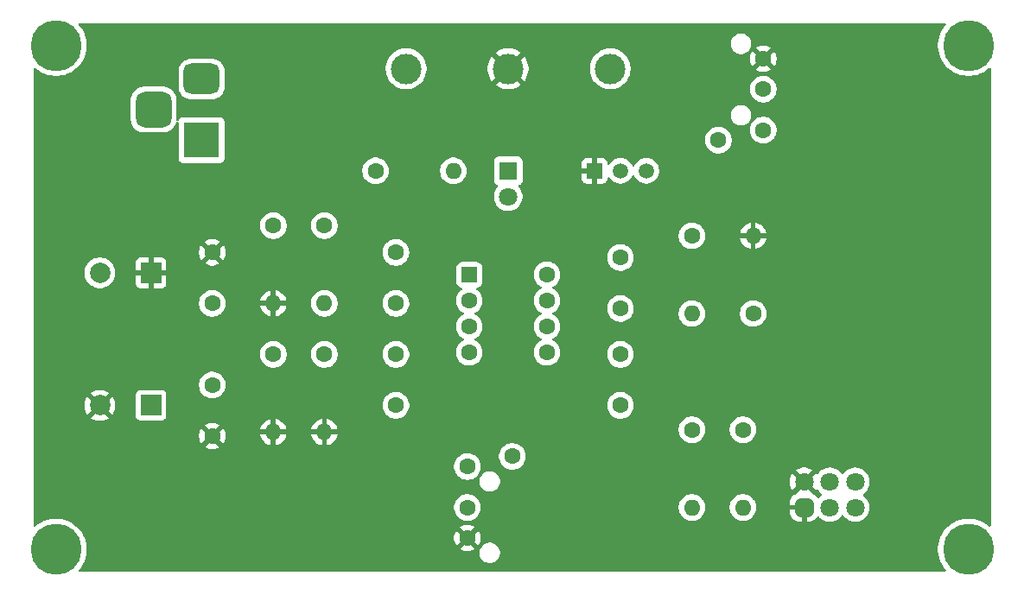
<source format=gbr>
%TF.GenerationSoftware,KiCad,Pcbnew,9.0.0*%
%TF.CreationDate,2025-03-25T20:24:53+01:00*%
%TF.ProjectId,YAHA,59414841-2e6b-4696-9361-645f70636258,rev?*%
%TF.SameCoordinates,Original*%
%TF.FileFunction,Copper,L1,Top*%
%TF.FilePolarity,Positive*%
%FSLAX46Y46*%
G04 Gerber Fmt 4.6, Leading zero omitted, Abs format (unit mm)*
G04 Created by KiCad (PCBNEW 9.0.0) date 2025-03-25 20:24:53*
%MOMM*%
%LPD*%
G01*
G04 APERTURE LIST*
G04 Aperture macros list*
%AMRoundRect*
0 Rectangle with rounded corners*
0 $1 Rounding radius*
0 $2 $3 $4 $5 $6 $7 $8 $9 X,Y pos of 4 corners*
0 Add a 4 corners polygon primitive as box body*
4,1,4,$2,$3,$4,$5,$6,$7,$8,$9,$2,$3,0*
0 Add four circle primitives for the rounded corners*
1,1,$1+$1,$2,$3*
1,1,$1+$1,$4,$5*
1,1,$1+$1,$6,$7*
1,1,$1+$1,$8,$9*
0 Add four rect primitives between the rounded corners*
20,1,$1+$1,$2,$3,$4,$5,0*
20,1,$1+$1,$4,$5,$6,$7,0*
20,1,$1+$1,$6,$7,$8,$9,0*
20,1,$1+$1,$8,$9,$2,$3,0*%
G04 Aperture macros list end*
%TA.AperFunction,ComponentPad*%
%ADD10C,0.800000*%
%TD*%
%TA.AperFunction,ComponentPad*%
%ADD11C,5.000000*%
%TD*%
%TA.AperFunction,ComponentPad*%
%ADD12C,3.000000*%
%TD*%
%TA.AperFunction,ComponentPad*%
%ADD13C,1.600000*%
%TD*%
%TA.AperFunction,ComponentPad*%
%ADD14RoundRect,0.250000X-0.550000X-0.550000X0.550000X-0.550000X0.550000X0.550000X-0.550000X0.550000X0*%
%TD*%
%TA.AperFunction,ComponentPad*%
%ADD15R,1.500000X1.500000*%
%TD*%
%TA.AperFunction,ComponentPad*%
%ADD16C,1.500000*%
%TD*%
%TA.AperFunction,ComponentPad*%
%ADD17O,1.600000X1.600000*%
%TD*%
%TA.AperFunction,ComponentPad*%
%ADD18R,2.000000X2.000000*%
%TD*%
%TA.AperFunction,ComponentPad*%
%ADD19C,2.000000*%
%TD*%
%TA.AperFunction,ComponentPad*%
%ADD20R,3.500000X3.500000*%
%TD*%
%TA.AperFunction,ComponentPad*%
%ADD21RoundRect,0.750000X-1.000000X0.750000X-1.000000X-0.750000X1.000000X-0.750000X1.000000X0.750000X0*%
%TD*%
%TA.AperFunction,ComponentPad*%
%ADD22RoundRect,0.875000X-0.875000X0.875000X-0.875000X-0.875000X0.875000X-0.875000X0.875000X0.875000X0*%
%TD*%
%TA.AperFunction,ComponentPad*%
%ADD23RoundRect,0.450000X-0.450000X0.450000X-0.450000X-0.450000X0.450000X-0.450000X0.450000X0.450000X0*%
%TD*%
%TA.AperFunction,ComponentPad*%
%ADD24C,1.800000*%
%TD*%
%TA.AperFunction,ComponentPad*%
%ADD25R,1.800000X1.800000*%
%TD*%
G04 APERTURE END LIST*
D10*
%TO.P,H4,1,1*%
%TO.N,unconnected-(H4-Pad1)_7*%
X100825000Y-152100000D03*
%TO.N,unconnected-(H4-Pad1)_2*%
X101374175Y-150774175D03*
%TO.N,unconnected-(H4-Pad1)*%
X101374175Y-153425825D03*
%TO.N,unconnected-(H4-Pad1)_5*%
X102700000Y-150225000D03*
D11*
%TO.N,unconnected-(H4-Pad1)_4*%
X102700000Y-152100000D03*
D10*
%TO.N,unconnected-(H4-Pad1)_3*%
X102700000Y-153975000D03*
%TO.N,unconnected-(H4-Pad1)_6*%
X104025825Y-150774175D03*
%TO.N,unconnected-(H4-Pad1)_1*%
X104025825Y-153425825D03*
%TO.N,unconnected-(H4-Pad1)_8*%
X104575000Y-152100000D03*
%TD*%
D12*
%TO.P,TP2,1,1*%
%TO.N,-VDC*%
X137000000Y-105000000D03*
%TD*%
D13*
%TO.P,C4,1*%
%TO.N,-VDC*%
X118000000Y-136000000D03*
%TO.P,C4,2*%
%TO.N,GND*%
X118000000Y-141000000D03*
%TD*%
D14*
%TO.P,IC1,1*%
%TO.N,Net-(C102-Pad1)*%
X143190000Y-125190000D03*
D13*
%TO.P,IC1,2,-*%
%TO.N,Net-(IC1A--)*%
X143190000Y-127730000D03*
%TO.P,IC1,3,+*%
%TO.N,Net-(IC1A-+)*%
X143190000Y-130270000D03*
%TO.P,IC1,4,V-*%
%TO.N,-VDC*%
X143190000Y-132810000D03*
%TO.P,IC1,5,+*%
%TO.N,Net-(IC1B-+)*%
X150810000Y-132810000D03*
%TO.P,IC1,6,-*%
%TO.N,Net-(IC1B--)*%
X150810000Y-130270000D03*
%TO.P,IC1,7*%
%TO.N,Net-(C202-Pad1)*%
X150810000Y-127730000D03*
%TO.P,IC1,8,V+*%
%TO.N,+VDC*%
X150810000Y-125190000D03*
%TD*%
D15*
%TO.P,IC2,1,OUT*%
%TO.N,GND*%
X155460000Y-115000000D03*
D16*
%TO.P,IC2,2,COMMON*%
%TO.N,-VDC*%
X158000000Y-115000000D03*
%TO.P,IC2,3,IN*%
%TO.N,+VDC*%
X160540000Y-115000000D03*
%TD*%
D13*
%TO.P,C201,1*%
%TO.N,Net-(IC1B-+)*%
X158000000Y-133000000D03*
%TO.P,C201,2*%
%TO.N,Net-(C201-Pad2)*%
X158000000Y-138000000D03*
%TD*%
%TO.P,R102,1*%
%TO.N,Net-(C102-Pad1)*%
X129000000Y-120380000D03*
D17*
%TO.P,R102,2*%
%TO.N,Net-(IC1A--)*%
X129000000Y-128000000D03*
%TD*%
D18*
%TO.P,C1,1*%
%TO.N,+VDC*%
X112000000Y-138000000D03*
D19*
%TO.P,C1,2*%
%TO.N,GND*%
X107000000Y-138000000D03*
%TD*%
D18*
%TO.P,C2,1*%
%TO.N,GND*%
X112000000Y-125000000D03*
D19*
%TO.P,C2,2*%
%TO.N,-VDC*%
X107000000Y-125000000D03*
%TD*%
D13*
%TO.P,R101,1*%
%TO.N,Net-(IC1A-+)*%
X129000000Y-133000000D03*
D17*
%TO.P,R101,2*%
%TO.N,GND*%
X129000000Y-140620000D03*
%TD*%
D10*
%TO.P,H1,1,1*%
%TO.N,unconnected-(H1-Pad1)_1*%
X100825000Y-102700000D03*
%TO.N,unconnected-(H1-Pad1)_4*%
X101374175Y-101374175D03*
%TO.N,unconnected-(H1-Pad1)_3*%
X101374175Y-104025825D03*
%TO.N,unconnected-(H1-Pad1)_2*%
X102700000Y-100825000D03*
D11*
%TO.N,unconnected-(H1-Pad1)_6*%
X102700000Y-102700000D03*
D10*
%TO.N,unconnected-(H1-Pad1)_5*%
X102700000Y-104575000D03*
%TO.N,unconnected-(H1-Pad1)_8*%
X104025825Y-101374175D03*
%TO.N,unconnected-(H1-Pad1)*%
X104025825Y-104025825D03*
%TO.N,unconnected-(H1-Pad1)_7*%
X104575000Y-102700000D03*
%TD*%
D20*
%TO.P,J1,1*%
%TO.N,+VDC*%
X116957500Y-112000000D03*
D21*
%TO.P,J1,2*%
%TO.N,-VDC*%
X116957500Y-106000000D03*
D22*
%TO.P,J1,3*%
X112257500Y-109000000D03*
%TD*%
D13*
%TO.P,C102,1*%
%TO.N,Net-(C102-Pad1)*%
X136000000Y-123000000D03*
%TO.P,C102,2*%
%TO.N,Net-(IC1A--)*%
X136000000Y-128000000D03*
%TD*%
%TO.P,R104,1*%
%TO.N,Net-(C102-Pad1)*%
X170000000Y-140380000D03*
D17*
%TO.P,R104,2*%
%TO.N,Lout*%
X170000000Y-148000000D03*
%TD*%
D13*
%TO.P,R1,1*%
%TO.N,+VDC*%
X134000000Y-115000000D03*
D17*
%TO.P,R1,2*%
%TO.N,Net-(D1-A)*%
X141620000Y-115000000D03*
%TD*%
D13*
%TO.P,C202,1*%
%TO.N,Net-(C202-Pad1)*%
X158000000Y-123500000D03*
%TO.P,C202,2*%
%TO.N,Net-(IC1B--)*%
X158000000Y-128500000D03*
%TD*%
D12*
%TO.P,TP3,1,1*%
%TO.N,GND*%
X147000000Y-105000000D03*
%TD*%
D13*
%TO.P,J2,R1*%
%TO.N,Rin*%
X172000000Y-107000000D03*
%TO.P,J2,R2*%
%TO.N,GND*%
X172000000Y-104000000D03*
%TO.P,J2,S*%
%TO.N,unconnected-(J2-PadS)*%
X167600000Y-112000000D03*
%TO.P,J2,T*%
%TO.N,Lin*%
X172000000Y-111000000D03*
%TD*%
%TO.P,C101,1*%
%TO.N,Net-(IC1A-+)*%
X136000000Y-133000000D03*
%TO.P,C101,2*%
%TO.N,Net-(C101-Pad2)*%
X136000000Y-138000000D03*
%TD*%
%TO.P,R204,1*%
%TO.N,Net-(C202-Pad1)*%
X165000000Y-140380000D03*
D17*
%TO.P,R204,2*%
%TO.N,Rout*%
X165000000Y-148000000D03*
%TD*%
D10*
%TO.P,H2,1,1*%
%TO.N,unconnected-(H2-Pad1)_6*%
X190225000Y-102700000D03*
%TO.N,unconnected-(H2-Pad1)_1*%
X190774175Y-101374175D03*
%TO.N,unconnected-(H2-Pad1)_5*%
X190774175Y-104025825D03*
%TO.N,unconnected-(H2-Pad1)_3*%
X192100000Y-100825000D03*
D11*
%TO.N,unconnected-(H2-Pad1)_2*%
X192100000Y-102700000D03*
D10*
%TO.N,unconnected-(H2-Pad1)_8*%
X192100000Y-104575000D03*
%TO.N,unconnected-(H2-Pad1)_7*%
X193425825Y-101374175D03*
%TO.N,unconnected-(H2-Pad1)*%
X193425825Y-104025825D03*
%TO.N,unconnected-(H2-Pad1)_4*%
X193975000Y-102700000D03*
%TD*%
D13*
%TO.P,R202,1*%
%TO.N,Net-(C202-Pad1)*%
X165000000Y-121380000D03*
D17*
%TO.P,R202,2*%
%TO.N,Net-(IC1B--)*%
X165000000Y-129000000D03*
%TD*%
D12*
%TO.P,TP1,1,1*%
%TO.N,+VDC*%
X157000000Y-105000000D03*
%TD*%
D13*
%TO.P,R203,1*%
%TO.N,Net-(IC1B--)*%
X171000000Y-129000000D03*
D17*
%TO.P,R203,2*%
%TO.N,GND*%
X171000000Y-121380000D03*
%TD*%
D23*
%TO.P,RV1,1,1*%
%TO.N,GND*%
X176000000Y-148000000D03*
D24*
%TO.P,RV1,2,2*%
%TO.N,Net-(C101-Pad2)*%
X178500000Y-148000000D03*
%TO.P,RV1,3,3*%
%TO.N,Lin*%
X181000000Y-148000000D03*
%TO.P,RV1,4,4*%
%TO.N,GND*%
X176000000Y-145500000D03*
%TO.P,RV1,5,5*%
%TO.N,Net-(C201-Pad2)*%
X178500000Y-145500000D03*
%TO.P,RV1,6,6*%
%TO.N,Rin*%
X181000000Y-145500000D03*
%TD*%
D13*
%TO.P,C3,1*%
%TO.N,GND*%
X118000000Y-123000000D03*
%TO.P,C3,2*%
%TO.N,+VDC*%
X118000000Y-128000000D03*
%TD*%
%TO.P,R201,1*%
%TO.N,Net-(IC1B-+)*%
X124000000Y-133000000D03*
D17*
%TO.P,R201,2*%
%TO.N,GND*%
X124000000Y-140620000D03*
%TD*%
D13*
%TO.P,R103,1*%
%TO.N,Net-(IC1A--)*%
X124000000Y-120380000D03*
D17*
%TO.P,R103,2*%
%TO.N,GND*%
X124000000Y-128000000D03*
%TD*%
D13*
%TO.P,J3,R1*%
%TO.N,Rout*%
X143000000Y-148000000D03*
%TO.P,J3,R2*%
%TO.N,GND*%
X143000000Y-151000000D03*
%TO.P,J3,S*%
%TO.N,unconnected-(J3-PadS)*%
X147400000Y-143000000D03*
%TO.P,J3,T*%
%TO.N,Lout*%
X143000000Y-144000000D03*
%TD*%
D10*
%TO.P,H3,1,1*%
%TO.N,unconnected-(H3-Pad1)_1*%
X190225000Y-152100000D03*
%TO.N,unconnected-(H3-Pad1)_5*%
X190774175Y-150774175D03*
%TO.N,unconnected-(H3-Pad1)_8*%
X190774175Y-153425825D03*
%TO.N,unconnected-(H3-Pad1)_2*%
X192100000Y-150225000D03*
D11*
%TO.N,unconnected-(H3-Pad1)_6*%
X192100000Y-152100000D03*
D10*
%TO.N,unconnected-(H3-Pad1)_7*%
X192100000Y-153975000D03*
%TO.N,unconnected-(H3-Pad1)*%
X193425825Y-150774175D03*
%TO.N,unconnected-(H3-Pad1)_3*%
X193425825Y-153425825D03*
%TO.N,unconnected-(H3-Pad1)_4*%
X193975000Y-152100000D03*
%TD*%
D25*
%TO.P,D1,1,K*%
%TO.N,-VDC*%
X147000000Y-115000000D03*
D24*
%TO.P,D1,2,A*%
%TO.N,Net-(D1-A)*%
X147000000Y-117540000D03*
%TD*%
%TA.AperFunction,Conductor*%
%TO.N,GND*%
G36*
X177151066Y-146297514D02*
G01*
X177152547Y-146297397D01*
X177204700Y-146257180D01*
X177274314Y-146251200D01*
X177336109Y-146283806D01*
X177350008Y-146299846D01*
X177431752Y-146412359D01*
X177587636Y-146568243D01*
X177587641Y-146568247D01*
X177699727Y-146649682D01*
X177742393Y-146705011D01*
X177748372Y-146774625D01*
X177715767Y-146836420D01*
X177699727Y-146850318D01*
X177587642Y-146931751D01*
X177451660Y-147067733D01*
X177390337Y-147101217D01*
X177320645Y-147096233D01*
X177264712Y-147054361D01*
X177254068Y-147037459D01*
X177247311Y-147024523D01*
X177125215Y-146874784D01*
X176975476Y-146752688D01*
X176923236Y-146725400D01*
X176877297Y-146719225D01*
X176840090Y-146693643D01*
X176129409Y-145982962D01*
X176192993Y-145965925D01*
X176307007Y-145900099D01*
X176400099Y-145807007D01*
X176465925Y-145692993D01*
X176482962Y-145629410D01*
X177151066Y-146297514D01*
G37*
%TD.AperFunction*%
%TA.AperFunction,Conductor*%
G36*
X189825809Y-100520185D02*
G01*
X189871564Y-100572989D01*
X189881508Y-100642147D01*
X189855717Y-100701813D01*
X189649053Y-100960962D01*
X189469752Y-101246316D01*
X189323532Y-101549945D01*
X189212227Y-101868034D01*
X189212223Y-101868046D01*
X189137233Y-102196602D01*
X189137231Y-102196618D01*
X189099500Y-102531491D01*
X189099500Y-102868508D01*
X189137231Y-103203381D01*
X189137233Y-103203397D01*
X189212223Y-103531953D01*
X189212227Y-103531965D01*
X189323532Y-103850054D01*
X189469752Y-104153683D01*
X189469754Y-104153686D01*
X189649054Y-104439039D01*
X189859175Y-104702523D01*
X190097477Y-104940825D01*
X190360961Y-105150946D01*
X190646314Y-105330246D01*
X190949949Y-105476469D01*
X191188848Y-105560063D01*
X191268034Y-105587772D01*
X191268046Y-105587776D01*
X191596606Y-105662767D01*
X191931492Y-105700499D01*
X191931493Y-105700500D01*
X191931496Y-105700500D01*
X192268507Y-105700500D01*
X192268507Y-105700499D01*
X192603394Y-105662767D01*
X192931954Y-105587776D01*
X193250051Y-105476469D01*
X193553686Y-105330246D01*
X193839039Y-105150946D01*
X194098189Y-104944281D01*
X194162874Y-104917873D01*
X194231569Y-104930630D01*
X194282463Y-104978500D01*
X194299500Y-105041229D01*
X194299500Y-149758770D01*
X194279815Y-149825809D01*
X194227011Y-149871564D01*
X194157853Y-149881508D01*
X194098187Y-149855717D01*
X193976619Y-149758770D01*
X193839039Y-149649054D01*
X193553686Y-149469754D01*
X193553683Y-149469752D01*
X193250054Y-149323532D01*
X192931965Y-149212227D01*
X192931953Y-149212223D01*
X192603397Y-149137233D01*
X192603381Y-149137231D01*
X192268508Y-149099500D01*
X192268504Y-149099500D01*
X191931496Y-149099500D01*
X191931491Y-149099500D01*
X191596618Y-149137231D01*
X191596602Y-149137233D01*
X191268046Y-149212223D01*
X191268034Y-149212227D01*
X190949945Y-149323532D01*
X190646316Y-149469752D01*
X190360962Y-149649053D01*
X190097477Y-149859174D01*
X189859174Y-150097477D01*
X189649053Y-150360962D01*
X189469752Y-150646316D01*
X189323532Y-150949945D01*
X189212227Y-151268034D01*
X189212223Y-151268046D01*
X189137233Y-151596602D01*
X189137231Y-151596618D01*
X189099500Y-151931491D01*
X189099500Y-152268508D01*
X189137231Y-152603381D01*
X189137233Y-152603397D01*
X189212223Y-152931953D01*
X189212227Y-152931965D01*
X189323532Y-153250054D01*
X189469752Y-153553683D01*
X189469754Y-153553686D01*
X189649054Y-153839039D01*
X189687908Y-153887760D01*
X189855717Y-154098187D01*
X189882126Y-154162874D01*
X189869369Y-154231570D01*
X189821499Y-154282463D01*
X189758770Y-154299500D01*
X105041230Y-154299500D01*
X104974191Y-154279815D01*
X104928436Y-154227011D01*
X104918492Y-154157853D01*
X104944283Y-154098187D01*
X104963472Y-154074123D01*
X105150946Y-153839039D01*
X105330246Y-153553686D01*
X105476469Y-153250051D01*
X105587776Y-152931954D01*
X105662767Y-152603394D01*
X105668947Y-152548543D01*
X144199499Y-152548543D01*
X144237947Y-152741829D01*
X144237950Y-152741839D01*
X144313364Y-152923907D01*
X144313371Y-152923920D01*
X144422860Y-153087781D01*
X144422863Y-153087785D01*
X144562214Y-153227136D01*
X144562218Y-153227139D01*
X144726079Y-153336628D01*
X144726092Y-153336635D01*
X144908160Y-153412049D01*
X144908165Y-153412051D01*
X144908169Y-153412051D01*
X144908170Y-153412052D01*
X145101456Y-153450500D01*
X145101459Y-153450500D01*
X145298543Y-153450500D01*
X145428582Y-153424632D01*
X145491835Y-153412051D01*
X145673914Y-153336632D01*
X145837782Y-153227139D01*
X145977139Y-153087782D01*
X146086632Y-152923914D01*
X146162051Y-152741835D01*
X146174632Y-152678582D01*
X146200500Y-152548543D01*
X146200500Y-152351456D01*
X146162052Y-152158170D01*
X146162051Y-152158169D01*
X146162051Y-152158165D01*
X146142871Y-152111859D01*
X146086635Y-151976092D01*
X146086628Y-151976079D01*
X145977139Y-151812218D01*
X145977136Y-151812214D01*
X145837785Y-151672863D01*
X145837781Y-151672860D01*
X145673920Y-151563371D01*
X145673907Y-151563364D01*
X145491839Y-151487950D01*
X145491829Y-151487947D01*
X145298543Y-151449500D01*
X145298541Y-151449500D01*
X145101459Y-151449500D01*
X145101457Y-151449500D01*
X144908170Y-151487947D01*
X144908160Y-151487950D01*
X144726092Y-151563364D01*
X144726079Y-151563371D01*
X144562218Y-151672860D01*
X144562214Y-151672863D01*
X144422863Y-151812214D01*
X144422860Y-151812218D01*
X144313371Y-151976079D01*
X144313364Y-151976092D01*
X144237950Y-152158160D01*
X144237947Y-152158170D01*
X144199500Y-152351456D01*
X144199500Y-152351459D01*
X144199500Y-152548541D01*
X144199500Y-152548543D01*
X144199499Y-152548543D01*
X105668947Y-152548543D01*
X105700500Y-152268504D01*
X105700500Y-152079474D01*
X142274076Y-152079474D01*
X142318650Y-152111859D01*
X142500968Y-152204755D01*
X142695582Y-152267990D01*
X142897683Y-152300000D01*
X143102317Y-152300000D01*
X143304417Y-152267990D01*
X143429228Y-152227436D01*
X143499031Y-152204755D01*
X143681349Y-152111859D01*
X143725921Y-152079474D01*
X143270711Y-151624264D01*
X143280070Y-151614905D01*
X143326148Y-151535095D01*
X143350000Y-151446078D01*
X143350000Y-150999999D01*
X143353553Y-150999999D01*
X143353553Y-151000001D01*
X144079474Y-151725922D01*
X144079474Y-151725921D01*
X144111859Y-151681349D01*
X144204755Y-151499031D01*
X144267990Y-151304417D01*
X144300000Y-151102317D01*
X144300000Y-150897682D01*
X144267990Y-150695582D01*
X144204755Y-150500968D01*
X144111859Y-150318650D01*
X144079474Y-150274077D01*
X144079474Y-150274076D01*
X143353553Y-150999999D01*
X143350000Y-150999999D01*
X143350000Y-150553922D01*
X143326148Y-150464905D01*
X143280070Y-150385095D01*
X143270710Y-150375735D01*
X143725922Y-149920524D01*
X143725921Y-149920523D01*
X143681359Y-149888147D01*
X143681350Y-149888141D01*
X143499031Y-149795244D01*
X143304417Y-149732009D01*
X143102317Y-149700000D01*
X142897683Y-149700000D01*
X142695582Y-149732009D01*
X142500968Y-149795244D01*
X142318644Y-149888143D01*
X142274077Y-149920523D01*
X142274077Y-149920524D01*
X142729289Y-150375735D01*
X142719930Y-150385095D01*
X142673852Y-150464905D01*
X142650000Y-150553922D01*
X142650000Y-151446078D01*
X142673852Y-151535095D01*
X142719930Y-151614905D01*
X142729288Y-151624263D01*
X142274076Y-152079474D01*
X105700500Y-152079474D01*
X105700500Y-151931496D01*
X105662767Y-151596606D01*
X105587776Y-151268046D01*
X105476469Y-150949949D01*
X105451299Y-150897682D01*
X141700000Y-150897682D01*
X141700000Y-151102317D01*
X141732009Y-151304417D01*
X141795244Y-151499031D01*
X141888141Y-151681350D01*
X141888147Y-151681359D01*
X141920523Y-151725921D01*
X141920524Y-151725922D01*
X142646446Y-151000001D01*
X142646446Y-150999999D01*
X141920524Y-150274077D01*
X141920523Y-150274077D01*
X141888143Y-150318644D01*
X141795244Y-150500968D01*
X141732009Y-150695582D01*
X141700000Y-150897682D01*
X105451299Y-150897682D01*
X105330246Y-150646314D01*
X105150946Y-150360961D01*
X104940825Y-150097477D01*
X104702523Y-149859175D01*
X104439039Y-149649054D01*
X104153686Y-149469754D01*
X104153683Y-149469752D01*
X103850054Y-149323532D01*
X103531965Y-149212227D01*
X103531953Y-149212223D01*
X103203397Y-149137233D01*
X103203381Y-149137231D01*
X102868508Y-149099500D01*
X102868504Y-149099500D01*
X102531496Y-149099500D01*
X102531491Y-149099500D01*
X102196618Y-149137231D01*
X102196602Y-149137233D01*
X101868046Y-149212223D01*
X101868034Y-149212227D01*
X101549945Y-149323532D01*
X101246316Y-149469752D01*
X100960962Y-149649053D01*
X100701813Y-149855717D01*
X100637126Y-149882126D01*
X100568430Y-149869369D01*
X100517537Y-149821499D01*
X100500500Y-149758770D01*
X100500500Y-147897648D01*
X141699500Y-147897648D01*
X141699500Y-148102351D01*
X141731522Y-148304534D01*
X141794781Y-148499223D01*
X141887715Y-148681613D01*
X142008028Y-148847213D01*
X142152786Y-148991971D01*
X142300790Y-149099500D01*
X142318390Y-149112287D01*
X142434607Y-149171503D01*
X142500776Y-149205218D01*
X142500778Y-149205218D01*
X142500781Y-149205220D01*
X142605137Y-149239127D01*
X142695465Y-149268477D01*
X142796557Y-149284488D01*
X142897648Y-149300500D01*
X142897649Y-149300500D01*
X143102351Y-149300500D01*
X143102352Y-149300500D01*
X143304534Y-149268477D01*
X143499219Y-149205220D01*
X143681610Y-149112287D01*
X143774590Y-149044732D01*
X143847213Y-148991971D01*
X143847215Y-148991968D01*
X143847219Y-148991966D01*
X143991966Y-148847219D01*
X143991968Y-148847215D01*
X143991971Y-148847213D01*
X144061417Y-148751627D01*
X144112287Y-148681610D01*
X144205220Y-148499219D01*
X144268477Y-148304534D01*
X144300500Y-148102352D01*
X144300500Y-147897648D01*
X163699500Y-147897648D01*
X163699500Y-148102351D01*
X163731522Y-148304534D01*
X163794781Y-148499223D01*
X163887715Y-148681613D01*
X164008028Y-148847213D01*
X164152786Y-148991971D01*
X164300790Y-149099500D01*
X164318390Y-149112287D01*
X164434607Y-149171503D01*
X164500776Y-149205218D01*
X164500778Y-149205218D01*
X164500781Y-149205220D01*
X164605137Y-149239127D01*
X164695465Y-149268477D01*
X164796557Y-149284488D01*
X164897648Y-149300500D01*
X164897649Y-149300500D01*
X165102351Y-149300500D01*
X165102352Y-149300500D01*
X165304534Y-149268477D01*
X165499219Y-149205220D01*
X165681610Y-149112287D01*
X165774590Y-149044732D01*
X165847213Y-148991971D01*
X165847215Y-148991968D01*
X165847219Y-148991966D01*
X165991966Y-148847219D01*
X165991968Y-148847215D01*
X165991971Y-148847213D01*
X166061417Y-148751627D01*
X166112287Y-148681610D01*
X166205220Y-148499219D01*
X166268477Y-148304534D01*
X166300500Y-148102352D01*
X166300500Y-147897648D01*
X168699500Y-147897648D01*
X168699500Y-148102351D01*
X168731522Y-148304534D01*
X168794781Y-148499223D01*
X168887715Y-148681613D01*
X169008028Y-148847213D01*
X169152786Y-148991971D01*
X169300790Y-149099500D01*
X169318390Y-149112287D01*
X169434607Y-149171503D01*
X169500776Y-149205218D01*
X169500778Y-149205218D01*
X169500781Y-149205220D01*
X169605137Y-149239127D01*
X169695465Y-149268477D01*
X169796557Y-149284488D01*
X169897648Y-149300500D01*
X169897649Y-149300500D01*
X170102351Y-149300500D01*
X170102352Y-149300500D01*
X170304534Y-149268477D01*
X170499219Y-149205220D01*
X170681610Y-149112287D01*
X170774590Y-149044732D01*
X170847213Y-148991971D01*
X170847215Y-148991968D01*
X170847219Y-148991966D01*
X170991966Y-148847219D01*
X170991968Y-148847215D01*
X170991971Y-148847213D01*
X171061417Y-148751627D01*
X171112287Y-148681610D01*
X171205220Y-148499219D01*
X171268477Y-148304534D01*
X171288322Y-148179240D01*
X171300500Y-148102351D01*
X171300500Y-147897648D01*
X171288596Y-147822489D01*
X171268477Y-147695466D01*
X171268476Y-147695462D01*
X171268476Y-147695461D01*
X171214866Y-147530468D01*
X171213580Y-147526513D01*
X171205220Y-147500781D01*
X171202224Y-147494902D01*
X171185660Y-147462393D01*
X171112287Y-147318390D01*
X171074205Y-147265974D01*
X170991971Y-147152786D01*
X170847213Y-147008028D01*
X170681613Y-146887715D01*
X170681612Y-146887714D01*
X170681610Y-146887713D01*
X170624653Y-146858691D01*
X170499223Y-146794781D01*
X170304534Y-146731522D01*
X170129995Y-146703878D01*
X170102352Y-146699500D01*
X169897648Y-146699500D01*
X169873329Y-146703351D01*
X169695465Y-146731522D01*
X169500776Y-146794781D01*
X169318386Y-146887715D01*
X169152786Y-147008028D01*
X169008028Y-147152786D01*
X168887715Y-147318386D01*
X168794781Y-147500776D01*
X168731522Y-147695465D01*
X168699500Y-147897648D01*
X166300500Y-147897648D01*
X166268477Y-147695465D01*
X166205218Y-147500776D01*
X166144464Y-147381541D01*
X166112287Y-147318390D01*
X166074205Y-147265974D01*
X165991971Y-147152786D01*
X165847213Y-147008028D01*
X165681613Y-146887715D01*
X165681612Y-146887714D01*
X165681610Y-146887713D01*
X165624653Y-146858691D01*
X165499223Y-146794781D01*
X165304534Y-146731522D01*
X165129995Y-146703878D01*
X165102352Y-146699500D01*
X164897648Y-146699500D01*
X164873329Y-146703351D01*
X164695465Y-146731522D01*
X164500776Y-146794781D01*
X164318386Y-146887715D01*
X164152786Y-147008028D01*
X164008028Y-147152786D01*
X163887715Y-147318386D01*
X163794781Y-147500776D01*
X163731522Y-147695465D01*
X163699500Y-147897648D01*
X144300500Y-147897648D01*
X144268477Y-147695465D01*
X144205218Y-147500776D01*
X144144464Y-147381541D01*
X144112287Y-147318390D01*
X144074205Y-147265974D01*
X143991971Y-147152786D01*
X143847213Y-147008028D01*
X143681613Y-146887715D01*
X143681612Y-146887714D01*
X143681610Y-146887713D01*
X143624653Y-146858691D01*
X143499223Y-146794781D01*
X143304534Y-146731522D01*
X143129995Y-146703878D01*
X143102352Y-146699500D01*
X142897648Y-146699500D01*
X142873329Y-146703351D01*
X142695465Y-146731522D01*
X142500776Y-146794781D01*
X142318386Y-146887715D01*
X142152786Y-147008028D01*
X142008028Y-147152786D01*
X141887715Y-147318386D01*
X141794781Y-147500776D01*
X141731522Y-147695465D01*
X141699500Y-147897648D01*
X100500500Y-147897648D01*
X100500500Y-145548543D01*
X144199499Y-145548543D01*
X144237947Y-145741829D01*
X144237950Y-145741839D01*
X144313364Y-145923907D01*
X144313371Y-145923920D01*
X144422860Y-146087781D01*
X144422863Y-146087785D01*
X144562214Y-146227136D01*
X144562218Y-146227139D01*
X144726079Y-146336628D01*
X144726092Y-146336635D01*
X144908160Y-146412049D01*
X144908165Y-146412051D01*
X144908169Y-146412051D01*
X144908170Y-146412052D01*
X145101456Y-146450500D01*
X145101459Y-146450500D01*
X145298543Y-146450500D01*
X145428582Y-146424632D01*
X145491835Y-146412051D01*
X145673914Y-146336632D01*
X145837782Y-146227139D01*
X145977139Y-146087782D01*
X146086632Y-145923914D01*
X146162051Y-145741835D01*
X146200500Y-145548541D01*
X146200500Y-145389818D01*
X174600000Y-145389818D01*
X174600000Y-145610181D01*
X174634473Y-145827835D01*
X174702567Y-146037410D01*
X174802611Y-146233756D01*
X174848932Y-146297513D01*
X175517037Y-145629408D01*
X175534075Y-145692993D01*
X175599901Y-145807007D01*
X175692993Y-145900099D01*
X175807007Y-145965925D01*
X175870590Y-145982962D01*
X175191035Y-146662516D01*
X175191031Y-146662521D01*
X175159906Y-146693645D01*
X175098582Y-146727129D01*
X175071859Y-146727960D01*
X175024527Y-146752685D01*
X174874784Y-146874784D01*
X174752686Y-147024525D01*
X174663228Y-147195784D01*
X174610079Y-147381538D01*
X174610078Y-147381541D01*
X174600000Y-147494902D01*
X174600000Y-147750000D01*
X175566988Y-147750000D01*
X175534075Y-147807007D01*
X175500000Y-147934174D01*
X175500000Y-148065826D01*
X175534075Y-148192993D01*
X175566988Y-148250000D01*
X174600001Y-148250000D01*
X174600001Y-148505098D01*
X174610078Y-148618460D01*
X174663228Y-148804215D01*
X174752686Y-148975474D01*
X174874784Y-149125215D01*
X175024525Y-149247313D01*
X175195784Y-149336771D01*
X175381538Y-149389920D01*
X175381541Y-149389921D01*
X175494903Y-149399999D01*
X175749999Y-149399999D01*
X175750000Y-149399998D01*
X175750000Y-148433012D01*
X175807007Y-148465925D01*
X175934174Y-148500000D01*
X176065826Y-148500000D01*
X176192993Y-148465925D01*
X176250000Y-148433012D01*
X176250000Y-149399999D01*
X176505092Y-149399999D01*
X176505098Y-149399998D01*
X176618460Y-149389921D01*
X176804215Y-149336771D01*
X176975474Y-149247313D01*
X177125215Y-149125215D01*
X177247312Y-148975475D01*
X177254067Y-148962543D01*
X177302551Y-148912233D01*
X177370538Y-148896122D01*
X177436442Y-148919324D01*
X177451660Y-148932267D01*
X177587636Y-149068243D01*
X177587641Y-149068247D01*
X177743192Y-149181260D01*
X177765978Y-149197815D01*
X177894375Y-149263237D01*
X177962393Y-149297895D01*
X177962396Y-149297896D01*
X178041298Y-149323532D01*
X178172049Y-149366015D01*
X178389778Y-149400500D01*
X178389779Y-149400500D01*
X178610221Y-149400500D01*
X178610222Y-149400500D01*
X178827951Y-149366015D01*
X179037606Y-149297895D01*
X179234022Y-149197815D01*
X179412365Y-149068242D01*
X179568242Y-148912365D01*
X179649682Y-148800270D01*
X179705011Y-148757606D01*
X179774624Y-148751627D01*
X179836420Y-148784232D01*
X179850313Y-148800265D01*
X179884423Y-148847213D01*
X179931758Y-148912365D01*
X180087636Y-149068243D01*
X180087641Y-149068247D01*
X180243192Y-149181260D01*
X180265978Y-149197815D01*
X180394375Y-149263237D01*
X180462393Y-149297895D01*
X180462396Y-149297896D01*
X180541298Y-149323532D01*
X180672049Y-149366015D01*
X180889778Y-149400500D01*
X180889779Y-149400500D01*
X181110221Y-149400500D01*
X181110222Y-149400500D01*
X181327951Y-149366015D01*
X181537606Y-149297895D01*
X181734022Y-149197815D01*
X181912365Y-149068242D01*
X182068242Y-148912365D01*
X182197815Y-148734022D01*
X182297895Y-148537606D01*
X182366015Y-148327951D01*
X182400500Y-148110222D01*
X182400500Y-147889778D01*
X182366015Y-147672049D01*
X182310114Y-147500000D01*
X182297896Y-147462396D01*
X182297895Y-147462393D01*
X182256696Y-147381538D01*
X182197815Y-147265978D01*
X182149681Y-147199727D01*
X182068247Y-147087641D01*
X182068243Y-147087636D01*
X181912365Y-146931758D01*
X181912355Y-146931751D01*
X181800270Y-146850317D01*
X181757606Y-146794989D01*
X181751627Y-146725376D01*
X181784232Y-146663580D01*
X181800265Y-146649686D01*
X181912365Y-146568242D01*
X182068242Y-146412365D01*
X182197815Y-146234022D01*
X182297895Y-146037606D01*
X182366015Y-145827951D01*
X182400500Y-145610222D01*
X182400500Y-145389778D01*
X182366015Y-145172049D01*
X182307505Y-144991971D01*
X182297896Y-144962396D01*
X182297895Y-144962393D01*
X182263237Y-144894375D01*
X182197815Y-144765978D01*
X182136521Y-144681613D01*
X182068247Y-144587641D01*
X182068243Y-144587636D01*
X181912363Y-144431756D01*
X181912358Y-144431752D01*
X181734025Y-144302187D01*
X181734024Y-144302186D01*
X181734022Y-144302185D01*
X181667867Y-144268477D01*
X181537606Y-144202104D01*
X181537603Y-144202103D01*
X181327952Y-144133985D01*
X181219086Y-144116742D01*
X181110222Y-144099500D01*
X180889778Y-144099500D01*
X180817201Y-144110995D01*
X180672047Y-144133985D01*
X180462396Y-144202103D01*
X180462393Y-144202104D01*
X180265974Y-144302187D01*
X180087641Y-144431752D01*
X180087636Y-144431756D01*
X179931756Y-144587636D01*
X179931752Y-144587641D01*
X179850318Y-144699727D01*
X179794989Y-144742393D01*
X179725375Y-144748372D01*
X179663580Y-144715767D01*
X179649682Y-144699727D01*
X179568247Y-144587641D01*
X179568243Y-144587636D01*
X179412363Y-144431756D01*
X179412358Y-144431752D01*
X179234025Y-144302187D01*
X179234024Y-144302186D01*
X179234022Y-144302185D01*
X179167867Y-144268477D01*
X179037606Y-144202104D01*
X179037603Y-144202103D01*
X178827952Y-144133985D01*
X178719086Y-144116742D01*
X178610222Y-144099500D01*
X178389778Y-144099500D01*
X178317201Y-144110995D01*
X178172047Y-144133985D01*
X177962396Y-144202103D01*
X177962393Y-144202104D01*
X177765974Y-144302187D01*
X177587641Y-144431752D01*
X177587636Y-144431756D01*
X177431756Y-144587636D01*
X177350008Y-144700153D01*
X177294678Y-144742818D01*
X177225064Y-144748797D01*
X177163269Y-144716191D01*
X177151416Y-144702513D01*
X177151065Y-144702485D01*
X176482962Y-145370589D01*
X176465925Y-145307007D01*
X176400099Y-145192993D01*
X176307007Y-145099901D01*
X176192993Y-145034075D01*
X176129407Y-145017037D01*
X176797513Y-144348932D01*
X176733756Y-144302611D01*
X176537410Y-144202567D01*
X176327835Y-144134473D01*
X176110181Y-144100000D01*
X175889819Y-144100000D01*
X175672164Y-144134473D01*
X175462589Y-144202567D01*
X175266233Y-144302616D01*
X175202485Y-144348931D01*
X175202485Y-144348932D01*
X175870590Y-145017037D01*
X175807007Y-145034075D01*
X175692993Y-145099901D01*
X175599901Y-145192993D01*
X175534075Y-145307007D01*
X175517037Y-145370590D01*
X174848932Y-144702485D01*
X174848931Y-144702485D01*
X174802616Y-144766233D01*
X174702567Y-144962589D01*
X174634473Y-145172164D01*
X174600000Y-145389818D01*
X146200500Y-145389818D01*
X146200500Y-145351459D01*
X146200500Y-145351456D01*
X146162052Y-145158170D01*
X146162051Y-145158169D01*
X146162051Y-145158165D01*
X146143047Y-145112284D01*
X146086635Y-144976092D01*
X146086628Y-144976079D01*
X145977139Y-144812218D01*
X145977136Y-144812214D01*
X145837785Y-144672863D01*
X145837781Y-144672860D01*
X145673920Y-144563371D01*
X145673907Y-144563364D01*
X145491839Y-144487950D01*
X145491829Y-144487947D01*
X145298543Y-144449500D01*
X145298541Y-144449500D01*
X145101459Y-144449500D01*
X145101457Y-144449500D01*
X144908170Y-144487947D01*
X144908160Y-144487950D01*
X144726092Y-144563364D01*
X144726079Y-144563371D01*
X144562218Y-144672860D01*
X144562214Y-144672863D01*
X144422863Y-144812214D01*
X144422860Y-144812218D01*
X144313371Y-144976079D01*
X144313364Y-144976092D01*
X144237950Y-145158160D01*
X144237947Y-145158170D01*
X144199500Y-145351456D01*
X144199500Y-145351459D01*
X144199500Y-145548541D01*
X144199500Y-145548543D01*
X144199499Y-145548543D01*
X100500500Y-145548543D01*
X100500500Y-143897648D01*
X141699500Y-143897648D01*
X141699500Y-144102351D01*
X141731522Y-144304534D01*
X141794781Y-144499223D01*
X141839833Y-144587641D01*
X141883256Y-144672863D01*
X141887715Y-144681613D01*
X142008028Y-144847213D01*
X142152786Y-144991971D01*
X142301342Y-145099901D01*
X142318390Y-145112287D01*
X142434607Y-145171503D01*
X142500776Y-145205218D01*
X142500778Y-145205218D01*
X142500781Y-145205220D01*
X142569152Y-145227435D01*
X142695465Y-145268477D01*
X142796557Y-145284488D01*
X142897648Y-145300500D01*
X142897649Y-145300500D01*
X143102351Y-145300500D01*
X143102352Y-145300500D01*
X143304534Y-145268477D01*
X143499219Y-145205220D01*
X143681610Y-145112287D01*
X143774590Y-145044732D01*
X143847213Y-144991971D01*
X143847215Y-144991968D01*
X143847219Y-144991966D01*
X143991966Y-144847219D01*
X143991968Y-144847215D01*
X143991971Y-144847213D01*
X144050805Y-144766233D01*
X144112287Y-144681610D01*
X144205220Y-144499219D01*
X144268477Y-144304534D01*
X144300500Y-144102352D01*
X144300500Y-143897648D01*
X144268477Y-143695466D01*
X144205220Y-143500781D01*
X144205218Y-143500778D01*
X144205218Y-143500776D01*
X144171503Y-143434607D01*
X144112287Y-143318390D01*
X144102220Y-143304534D01*
X143991971Y-143152786D01*
X143847213Y-143008028D01*
X143826657Y-142993094D01*
X143695285Y-142897648D01*
X146099500Y-142897648D01*
X146099500Y-143102351D01*
X146131522Y-143304534D01*
X146194781Y-143499223D01*
X146287715Y-143681613D01*
X146408028Y-143847213D01*
X146552786Y-143991971D01*
X146707749Y-144104556D01*
X146718390Y-144112287D01*
X146834607Y-144171503D01*
X146900776Y-144205218D01*
X146900778Y-144205218D01*
X146900781Y-144205220D01*
X147005137Y-144239127D01*
X147095465Y-144268477D01*
X147196557Y-144284488D01*
X147297648Y-144300500D01*
X147297649Y-144300500D01*
X147502351Y-144300500D01*
X147502352Y-144300500D01*
X147594381Y-144285923D01*
X147671445Y-144273718D01*
X147704534Y-144268477D01*
X147899219Y-144205220D01*
X148081610Y-144112287D01*
X148174590Y-144044732D01*
X148247213Y-143991971D01*
X148247215Y-143991968D01*
X148247219Y-143991966D01*
X148391966Y-143847219D01*
X148391968Y-143847215D01*
X148391971Y-143847213D01*
X148444732Y-143774590D01*
X148512287Y-143681610D01*
X148605220Y-143499219D01*
X148668477Y-143304534D01*
X148700500Y-143102352D01*
X148700500Y-142897648D01*
X148668477Y-142695466D01*
X148605220Y-142500781D01*
X148605218Y-142500778D01*
X148605218Y-142500776D01*
X148571503Y-142434607D01*
X148512287Y-142318390D01*
X148475670Y-142267990D01*
X148391971Y-142152786D01*
X148247213Y-142008028D01*
X148081613Y-141887715D01*
X148081612Y-141887714D01*
X148081610Y-141887713D01*
X148024653Y-141858691D01*
X147899223Y-141794781D01*
X147704534Y-141731522D01*
X147529995Y-141703878D01*
X147502352Y-141699500D01*
X147297648Y-141699500D01*
X147273329Y-141703351D01*
X147095465Y-141731522D01*
X146900776Y-141794781D01*
X146718386Y-141887715D01*
X146552786Y-142008028D01*
X146408028Y-142152786D01*
X146287715Y-142318386D01*
X146194781Y-142500776D01*
X146131522Y-142695465D01*
X146099500Y-142897648D01*
X143695285Y-142897648D01*
X143681613Y-142887715D01*
X143681612Y-142887714D01*
X143681610Y-142887713D01*
X143624653Y-142858691D01*
X143499223Y-142794781D01*
X143304534Y-142731522D01*
X143129995Y-142703878D01*
X143102352Y-142699500D01*
X142897648Y-142699500D01*
X142873329Y-142703351D01*
X142695465Y-142731522D01*
X142500776Y-142794781D01*
X142318386Y-142887715D01*
X142152786Y-143008028D01*
X142008028Y-143152786D01*
X141887715Y-143318386D01*
X141794781Y-143500776D01*
X141731522Y-143695465D01*
X141699500Y-143897648D01*
X100500500Y-143897648D01*
X100500500Y-140897682D01*
X116700000Y-140897682D01*
X116700000Y-141102317D01*
X116732009Y-141304417D01*
X116795244Y-141499031D01*
X116888141Y-141681350D01*
X116888147Y-141681359D01*
X116920523Y-141725921D01*
X116920524Y-141725922D01*
X117600000Y-141046446D01*
X117600000Y-141052661D01*
X117627259Y-141154394D01*
X117679920Y-141245606D01*
X117754394Y-141320080D01*
X117845606Y-141372741D01*
X117947339Y-141400000D01*
X117953553Y-141400000D01*
X117274076Y-142079474D01*
X117318650Y-142111859D01*
X117500968Y-142204755D01*
X117695582Y-142267990D01*
X117897683Y-142300000D01*
X118102317Y-142300000D01*
X118304417Y-142267990D01*
X118499031Y-142204755D01*
X118681349Y-142111859D01*
X118725921Y-142079474D01*
X118046447Y-141400000D01*
X118052661Y-141400000D01*
X118154394Y-141372741D01*
X118245606Y-141320080D01*
X118320080Y-141245606D01*
X118372741Y-141154394D01*
X118400000Y-141052661D01*
X118400000Y-141046448D01*
X119079474Y-141725922D01*
X119079474Y-141725921D01*
X119111859Y-141681349D01*
X119204755Y-141499031D01*
X119267990Y-141304417D01*
X119300000Y-141102317D01*
X119300000Y-140897681D01*
X119292818Y-140852334D01*
X119267990Y-140695582D01*
X119204754Y-140500966D01*
X119185592Y-140463359D01*
X119185591Y-140463357D01*
X119138024Y-140370000D01*
X122723391Y-140370000D01*
X123684314Y-140370000D01*
X123679920Y-140374394D01*
X123627259Y-140465606D01*
X123600000Y-140567339D01*
X123600000Y-140672661D01*
X123627259Y-140774394D01*
X123679920Y-140865606D01*
X123684314Y-140870000D01*
X122723391Y-140870000D01*
X122732009Y-140924413D01*
X122795244Y-141119029D01*
X122888140Y-141301349D01*
X123008417Y-141466894D01*
X123008417Y-141466895D01*
X123153104Y-141611582D01*
X123318650Y-141731859D01*
X123500968Y-141824754D01*
X123695578Y-141887988D01*
X123750000Y-141896607D01*
X123750000Y-140935686D01*
X123754394Y-140940080D01*
X123845606Y-140992741D01*
X123947339Y-141020000D01*
X124052661Y-141020000D01*
X124154394Y-140992741D01*
X124245606Y-140940080D01*
X124250000Y-140935686D01*
X124250000Y-141896606D01*
X124304421Y-141887988D01*
X124499031Y-141824754D01*
X124681349Y-141731859D01*
X124846894Y-141611582D01*
X124846895Y-141611582D01*
X124991582Y-141466895D01*
X124991582Y-141466894D01*
X125111859Y-141301349D01*
X125204755Y-141119029D01*
X125267990Y-140924413D01*
X125276609Y-140870000D01*
X124315686Y-140870000D01*
X124320080Y-140865606D01*
X124372741Y-140774394D01*
X124400000Y-140672661D01*
X124400000Y-140567339D01*
X124372741Y-140465606D01*
X124320080Y-140374394D01*
X124315686Y-140370000D01*
X125276609Y-140370000D01*
X127723391Y-140370000D01*
X128684314Y-140370000D01*
X128679920Y-140374394D01*
X128627259Y-140465606D01*
X128600000Y-140567339D01*
X128600000Y-140672661D01*
X128627259Y-140774394D01*
X128679920Y-140865606D01*
X128684314Y-140870000D01*
X127723391Y-140870000D01*
X127732009Y-140924413D01*
X127795244Y-141119029D01*
X127888140Y-141301349D01*
X128008417Y-141466894D01*
X128008417Y-141466895D01*
X128153104Y-141611582D01*
X128318650Y-141731859D01*
X128500968Y-141824754D01*
X128695578Y-141887988D01*
X128750000Y-141896607D01*
X128750000Y-140935686D01*
X128754394Y-140940080D01*
X128845606Y-140992741D01*
X128947339Y-141020000D01*
X129052661Y-141020000D01*
X129154394Y-140992741D01*
X129245606Y-140940080D01*
X129250000Y-140935686D01*
X129250000Y-141896606D01*
X129304421Y-141887988D01*
X129499031Y-141824754D01*
X129681349Y-141731859D01*
X129846894Y-141611582D01*
X129846895Y-141611582D01*
X129991582Y-141466895D01*
X129991582Y-141466894D01*
X130111859Y-141301349D01*
X130204755Y-141119029D01*
X130267990Y-140924413D01*
X130276609Y-140870000D01*
X129315686Y-140870000D01*
X129320080Y-140865606D01*
X129372741Y-140774394D01*
X129400000Y-140672661D01*
X129400000Y-140567339D01*
X129372741Y-140465606D01*
X129320080Y-140374394D01*
X129315686Y-140370000D01*
X130276609Y-140370000D01*
X130267991Y-140315588D01*
X130266531Y-140311095D01*
X130266530Y-140311093D01*
X130255663Y-140277648D01*
X163699500Y-140277648D01*
X163699500Y-140482351D01*
X163731522Y-140684534D01*
X163794781Y-140879223D01*
X163852622Y-140992741D01*
X163883153Y-141052661D01*
X163887715Y-141061613D01*
X164008028Y-141227213D01*
X164152786Y-141371971D01*
X164307749Y-141484556D01*
X164318390Y-141492287D01*
X164434607Y-141551503D01*
X164500776Y-141585218D01*
X164500778Y-141585218D01*
X164500781Y-141585220D01*
X164581915Y-141611582D01*
X164695465Y-141648477D01*
X164796557Y-141664488D01*
X164897648Y-141680500D01*
X164897649Y-141680500D01*
X165102351Y-141680500D01*
X165102352Y-141680500D01*
X165304534Y-141648477D01*
X165499219Y-141585220D01*
X165681610Y-141492287D01*
X165774590Y-141424732D01*
X165847213Y-141371971D01*
X165847215Y-141371968D01*
X165847219Y-141371966D01*
X165991966Y-141227219D01*
X165991968Y-141227215D01*
X165991971Y-141227213D01*
X166070570Y-141119029D01*
X166112287Y-141061610D01*
X166205220Y-140879219D01*
X166268477Y-140684534D01*
X166300500Y-140482352D01*
X166300500Y-140277648D01*
X168699500Y-140277648D01*
X168699500Y-140482351D01*
X168731522Y-140684534D01*
X168794781Y-140879223D01*
X168852622Y-140992741D01*
X168883153Y-141052661D01*
X168887715Y-141061613D01*
X169008028Y-141227213D01*
X169152786Y-141371971D01*
X169307749Y-141484556D01*
X169318390Y-141492287D01*
X169434607Y-141551503D01*
X169500776Y-141585218D01*
X169500778Y-141585218D01*
X169500781Y-141585220D01*
X169581915Y-141611582D01*
X169695465Y-141648477D01*
X169796557Y-141664488D01*
X169897648Y-141680500D01*
X169897649Y-141680500D01*
X170102351Y-141680500D01*
X170102352Y-141680500D01*
X170304534Y-141648477D01*
X170499219Y-141585220D01*
X170681610Y-141492287D01*
X170774590Y-141424732D01*
X170847213Y-141371971D01*
X170847215Y-141371968D01*
X170847219Y-141371966D01*
X170991966Y-141227219D01*
X170991968Y-141227215D01*
X170991971Y-141227213D01*
X171070570Y-141119029D01*
X171112287Y-141061610D01*
X171205220Y-140879219D01*
X171268477Y-140684534D01*
X171300500Y-140482352D01*
X171300500Y-140277648D01*
X171268477Y-140075466D01*
X171205220Y-139880781D01*
X171205218Y-139880778D01*
X171205218Y-139880776D01*
X171171503Y-139814607D01*
X171112287Y-139698390D01*
X171104556Y-139687749D01*
X170991971Y-139532786D01*
X170847213Y-139388028D01*
X170681613Y-139267715D01*
X170681612Y-139267714D01*
X170681610Y-139267713D01*
X170593185Y-139222658D01*
X170499223Y-139174781D01*
X170304534Y-139111522D01*
X170129995Y-139083878D01*
X170102352Y-139079500D01*
X169897648Y-139079500D01*
X169873329Y-139083351D01*
X169695465Y-139111522D01*
X169500776Y-139174781D01*
X169318386Y-139267715D01*
X169152786Y-139388028D01*
X169008028Y-139532786D01*
X168887715Y-139698386D01*
X168794781Y-139880776D01*
X168731522Y-140075465D01*
X168699500Y-140277648D01*
X166300500Y-140277648D01*
X166268477Y-140075466D01*
X166205220Y-139880781D01*
X166205218Y-139880778D01*
X166205218Y-139880776D01*
X166171503Y-139814607D01*
X166112287Y-139698390D01*
X166104556Y-139687749D01*
X165991971Y-139532786D01*
X165847213Y-139388028D01*
X165681613Y-139267715D01*
X165681612Y-139267714D01*
X165681610Y-139267713D01*
X165593185Y-139222658D01*
X165499223Y-139174781D01*
X165304534Y-139111522D01*
X165129995Y-139083878D01*
X165102352Y-139079500D01*
X164897648Y-139079500D01*
X164873329Y-139083351D01*
X164695465Y-139111522D01*
X164500776Y-139174781D01*
X164318386Y-139267715D01*
X164152786Y-139388028D01*
X164008028Y-139532786D01*
X163887715Y-139698386D01*
X163794781Y-139880776D01*
X163731522Y-140075465D01*
X163699500Y-140277648D01*
X130255663Y-140277648D01*
X130204755Y-140120970D01*
X130111859Y-139938650D01*
X129991582Y-139773105D01*
X129991582Y-139773104D01*
X129846895Y-139628417D01*
X129681349Y-139508140D01*
X129499029Y-139415244D01*
X129304413Y-139352009D01*
X129250000Y-139343390D01*
X129250000Y-140304314D01*
X129245606Y-140299920D01*
X129154394Y-140247259D01*
X129052661Y-140220000D01*
X128947339Y-140220000D01*
X128845606Y-140247259D01*
X128754394Y-140299920D01*
X128750000Y-140304314D01*
X128750000Y-139343390D01*
X128695586Y-139352009D01*
X128500970Y-139415244D01*
X128318650Y-139508140D01*
X128153105Y-139628417D01*
X128153104Y-139628417D01*
X128008417Y-139773104D01*
X128008417Y-139773105D01*
X127888140Y-139938650D01*
X127795244Y-140120970D01*
X127732009Y-140315586D01*
X127723391Y-140370000D01*
X125276609Y-140370000D01*
X125267990Y-140315586D01*
X125204755Y-140120970D01*
X125111859Y-139938650D01*
X124991582Y-139773105D01*
X124991582Y-139773104D01*
X124846895Y-139628417D01*
X124681349Y-139508140D01*
X124499029Y-139415244D01*
X124304413Y-139352009D01*
X124250000Y-139343390D01*
X124250000Y-140304314D01*
X124245606Y-140299920D01*
X124154394Y-140247259D01*
X124052661Y-140220000D01*
X123947339Y-140220000D01*
X123845606Y-140247259D01*
X123754394Y-140299920D01*
X123750000Y-140304314D01*
X123750000Y-139343390D01*
X123695586Y-139352009D01*
X123500970Y-139415244D01*
X123318650Y-139508140D01*
X123153105Y-139628417D01*
X123153104Y-139628417D01*
X123008417Y-139773104D01*
X123008417Y-139773105D01*
X122888140Y-139938650D01*
X122795244Y-140120970D01*
X122732009Y-140315586D01*
X122723391Y-140370000D01*
X119138024Y-140370000D01*
X119111861Y-140318652D01*
X119079474Y-140274077D01*
X119079474Y-140274076D01*
X118400000Y-140953551D01*
X118400000Y-140947339D01*
X118372741Y-140845606D01*
X118320080Y-140754394D01*
X118245606Y-140679920D01*
X118154394Y-140627259D01*
X118052661Y-140600000D01*
X118046446Y-140600000D01*
X118725922Y-139920524D01*
X118725921Y-139920523D01*
X118681359Y-139888147D01*
X118681350Y-139888141D01*
X118499031Y-139795244D01*
X118304417Y-139732009D01*
X118102317Y-139700000D01*
X117897683Y-139700000D01*
X117695582Y-139732009D01*
X117500968Y-139795244D01*
X117318644Y-139888143D01*
X117274077Y-139920523D01*
X117274077Y-139920524D01*
X117953554Y-140600000D01*
X117947339Y-140600000D01*
X117845606Y-140627259D01*
X117754394Y-140679920D01*
X117679920Y-140754394D01*
X117627259Y-140845606D01*
X117600000Y-140947339D01*
X117600000Y-140953553D01*
X116920524Y-140274077D01*
X116920523Y-140274077D01*
X116888143Y-140318644D01*
X116795244Y-140500968D01*
X116732009Y-140695582D01*
X116700000Y-140897682D01*
X100500500Y-140897682D01*
X100500500Y-137881947D01*
X105500000Y-137881947D01*
X105500000Y-138118052D01*
X105536934Y-138351247D01*
X105609897Y-138575802D01*
X105717087Y-138786174D01*
X105777338Y-138869104D01*
X105777340Y-138869105D01*
X106517037Y-138129408D01*
X106534075Y-138192993D01*
X106599901Y-138307007D01*
X106692993Y-138400099D01*
X106807007Y-138465925D01*
X106870590Y-138482962D01*
X106130893Y-139222658D01*
X106213828Y-139282914D01*
X106424197Y-139390102D01*
X106648752Y-139463065D01*
X106648751Y-139463065D01*
X106881948Y-139500000D01*
X107118052Y-139500000D01*
X107351247Y-139463065D01*
X107575802Y-139390102D01*
X107786163Y-139282918D01*
X107786169Y-139282914D01*
X107869104Y-139222658D01*
X107869105Y-139222658D01*
X107129408Y-138482962D01*
X107192993Y-138465925D01*
X107307007Y-138400099D01*
X107400099Y-138307007D01*
X107465925Y-138192993D01*
X107482962Y-138129409D01*
X108222658Y-138869105D01*
X108222658Y-138869104D01*
X108282914Y-138786169D01*
X108282918Y-138786163D01*
X108390102Y-138575802D01*
X108463065Y-138351247D01*
X108500000Y-138118052D01*
X108500000Y-137881947D01*
X108463065Y-137648752D01*
X108390102Y-137424197D01*
X108282914Y-137213828D01*
X108222658Y-137130894D01*
X108222658Y-137130893D01*
X107482962Y-137870590D01*
X107465925Y-137807007D01*
X107400099Y-137692993D01*
X107307007Y-137599901D01*
X107192993Y-137534075D01*
X107129409Y-137517037D01*
X107694311Y-136952135D01*
X110499500Y-136952135D01*
X110499500Y-139047870D01*
X110499501Y-139047876D01*
X110505908Y-139107483D01*
X110556202Y-139242328D01*
X110556206Y-139242335D01*
X110642452Y-139357544D01*
X110642455Y-139357547D01*
X110757664Y-139443793D01*
X110757671Y-139443797D01*
X110892517Y-139494091D01*
X110892516Y-139494091D01*
X110899444Y-139494835D01*
X110952127Y-139500500D01*
X113047872Y-139500499D01*
X113107483Y-139494091D01*
X113242331Y-139443796D01*
X113357546Y-139357546D01*
X113443796Y-139242331D01*
X113494091Y-139107483D01*
X113500500Y-139047873D01*
X113500499Y-137897648D01*
X134699500Y-137897648D01*
X134699500Y-138102351D01*
X134731522Y-138304534D01*
X134794781Y-138499223D01*
X134887715Y-138681613D01*
X135008028Y-138847213D01*
X135152786Y-138991971D01*
X135273262Y-139079500D01*
X135318390Y-139112287D01*
X135434607Y-139171503D01*
X135500776Y-139205218D01*
X135500778Y-139205218D01*
X135500781Y-139205220D01*
X135554450Y-139222658D01*
X135695465Y-139268477D01*
X135786616Y-139282914D01*
X135897648Y-139300500D01*
X135897649Y-139300500D01*
X136102351Y-139300500D01*
X136102352Y-139300500D01*
X136304534Y-139268477D01*
X136499219Y-139205220D01*
X136681610Y-139112287D01*
X136774590Y-139044732D01*
X136847213Y-138991971D01*
X136847215Y-138991968D01*
X136847219Y-138991966D01*
X136991966Y-138847219D01*
X136991968Y-138847215D01*
X136991971Y-138847213D01*
X137044732Y-138774590D01*
X137112287Y-138681610D01*
X137205220Y-138499219D01*
X137268477Y-138304534D01*
X137300500Y-138102352D01*
X137300500Y-137897648D01*
X156699500Y-137897648D01*
X156699500Y-138102351D01*
X156731522Y-138304534D01*
X156794781Y-138499223D01*
X156887715Y-138681613D01*
X157008028Y-138847213D01*
X157152786Y-138991971D01*
X157273262Y-139079500D01*
X157318390Y-139112287D01*
X157434607Y-139171503D01*
X157500776Y-139205218D01*
X157500778Y-139205218D01*
X157500781Y-139205220D01*
X157554450Y-139222658D01*
X157695465Y-139268477D01*
X157786616Y-139282914D01*
X157897648Y-139300500D01*
X157897649Y-139300500D01*
X158102351Y-139300500D01*
X158102352Y-139300500D01*
X158304534Y-139268477D01*
X158499219Y-139205220D01*
X158681610Y-139112287D01*
X158774590Y-139044732D01*
X158847213Y-138991971D01*
X158847215Y-138991968D01*
X158847219Y-138991966D01*
X158991966Y-138847219D01*
X158991968Y-138847215D01*
X158991971Y-138847213D01*
X159044732Y-138774590D01*
X159112287Y-138681610D01*
X159205220Y-138499219D01*
X159268477Y-138304534D01*
X159300500Y-138102352D01*
X159300500Y-137897648D01*
X159268477Y-137695466D01*
X159267673Y-137692993D01*
X159205218Y-137500776D01*
X159166198Y-137424197D01*
X159112287Y-137318390D01*
X159099289Y-137300500D01*
X158991971Y-137152786D01*
X158847213Y-137008028D01*
X158681613Y-136887715D01*
X158681612Y-136887714D01*
X158681610Y-136887713D01*
X158624653Y-136858691D01*
X158499223Y-136794781D01*
X158304534Y-136731522D01*
X158129995Y-136703878D01*
X158102352Y-136699500D01*
X157897648Y-136699500D01*
X157873329Y-136703351D01*
X157695465Y-136731522D01*
X157500776Y-136794781D01*
X157318386Y-136887715D01*
X157152786Y-137008028D01*
X157008028Y-137152786D01*
X156887715Y-137318386D01*
X156794781Y-137500776D01*
X156731522Y-137695465D01*
X156699500Y-137897648D01*
X137300500Y-137897648D01*
X137268477Y-137695466D01*
X137267673Y-137692993D01*
X137205218Y-137500776D01*
X137166198Y-137424197D01*
X137112287Y-137318390D01*
X137099289Y-137300500D01*
X136991971Y-137152786D01*
X136847213Y-137008028D01*
X136681613Y-136887715D01*
X136681612Y-136887714D01*
X136681610Y-136887713D01*
X136624653Y-136858691D01*
X136499223Y-136794781D01*
X136304534Y-136731522D01*
X136129995Y-136703878D01*
X136102352Y-136699500D01*
X135897648Y-136699500D01*
X135873329Y-136703351D01*
X135695465Y-136731522D01*
X135500776Y-136794781D01*
X135318386Y-136887715D01*
X135152786Y-137008028D01*
X135008028Y-137152786D01*
X134887715Y-137318386D01*
X134794781Y-137500776D01*
X134731522Y-137695465D01*
X134699500Y-137897648D01*
X113500499Y-137897648D01*
X113500499Y-136952128D01*
X113494091Y-136892517D01*
X113492299Y-136887713D01*
X113443797Y-136757671D01*
X113443793Y-136757664D01*
X113357547Y-136642455D01*
X113357544Y-136642452D01*
X113242335Y-136556206D01*
X113242328Y-136556202D01*
X113107482Y-136505908D01*
X113107483Y-136505908D01*
X113047883Y-136499501D01*
X113047881Y-136499500D01*
X113047873Y-136499500D01*
X113047864Y-136499500D01*
X110952129Y-136499500D01*
X110952123Y-136499501D01*
X110892516Y-136505908D01*
X110757671Y-136556202D01*
X110757664Y-136556206D01*
X110642455Y-136642452D01*
X110642452Y-136642455D01*
X110556206Y-136757664D01*
X110556202Y-136757671D01*
X110505908Y-136892517D01*
X110499501Y-136952116D01*
X110499501Y-136952123D01*
X110499500Y-136952135D01*
X107694311Y-136952135D01*
X107785321Y-136861125D01*
X107869105Y-136777340D01*
X107869104Y-136777338D01*
X107786174Y-136717087D01*
X107575802Y-136609897D01*
X107351247Y-136536934D01*
X107351248Y-136536934D01*
X107118052Y-136500000D01*
X106881948Y-136500000D01*
X106648752Y-136536934D01*
X106424197Y-136609897D01*
X106213830Y-136717084D01*
X106130894Y-136777340D01*
X106870591Y-137517037D01*
X106807007Y-137534075D01*
X106692993Y-137599901D01*
X106599901Y-137692993D01*
X106534075Y-137807007D01*
X106517037Y-137870591D01*
X105777340Y-137130894D01*
X105717084Y-137213830D01*
X105609897Y-137424197D01*
X105536934Y-137648752D01*
X105500000Y-137881947D01*
X100500500Y-137881947D01*
X100500500Y-135897648D01*
X116699500Y-135897648D01*
X116699500Y-136102351D01*
X116731522Y-136304534D01*
X116794781Y-136499223D01*
X116887715Y-136681613D01*
X117008028Y-136847213D01*
X117152786Y-136991971D01*
X117307749Y-137104556D01*
X117318390Y-137112287D01*
X117397864Y-137152781D01*
X117500776Y-137205218D01*
X117500778Y-137205218D01*
X117500781Y-137205220D01*
X117605137Y-137239127D01*
X117695465Y-137268477D01*
X117796557Y-137284488D01*
X117897648Y-137300500D01*
X117897649Y-137300500D01*
X118102351Y-137300500D01*
X118102352Y-137300500D01*
X118304534Y-137268477D01*
X118499219Y-137205220D01*
X118681610Y-137112287D01*
X118774590Y-137044732D01*
X118847213Y-136991971D01*
X118847215Y-136991968D01*
X118847219Y-136991966D01*
X118991966Y-136847219D01*
X118991968Y-136847215D01*
X118991971Y-136847213D01*
X119076024Y-136731522D01*
X119112287Y-136681610D01*
X119205220Y-136499219D01*
X119268477Y-136304534D01*
X119300500Y-136102352D01*
X119300500Y-135897648D01*
X119268477Y-135695466D01*
X119205220Y-135500781D01*
X119205218Y-135500778D01*
X119205218Y-135500776D01*
X119171503Y-135434607D01*
X119112287Y-135318390D01*
X119104556Y-135307749D01*
X118991971Y-135152786D01*
X118847213Y-135008028D01*
X118681613Y-134887715D01*
X118681612Y-134887714D01*
X118681610Y-134887713D01*
X118624653Y-134858691D01*
X118499223Y-134794781D01*
X118304534Y-134731522D01*
X118129995Y-134703878D01*
X118102352Y-134699500D01*
X117897648Y-134699500D01*
X117873329Y-134703351D01*
X117695465Y-134731522D01*
X117500776Y-134794781D01*
X117318386Y-134887715D01*
X117152786Y-135008028D01*
X117008028Y-135152786D01*
X116887715Y-135318386D01*
X116794781Y-135500776D01*
X116731522Y-135695465D01*
X116699500Y-135897648D01*
X100500500Y-135897648D01*
X100500500Y-132897648D01*
X122699500Y-132897648D01*
X122699500Y-133102352D01*
X122703878Y-133129995D01*
X122731522Y-133304534D01*
X122794781Y-133499223D01*
X122887715Y-133681613D01*
X123008028Y-133847213D01*
X123152786Y-133991971D01*
X123271854Y-134078477D01*
X123318390Y-134112287D01*
X123434607Y-134171503D01*
X123500776Y-134205218D01*
X123500778Y-134205218D01*
X123500781Y-134205220D01*
X123605137Y-134239127D01*
X123695465Y-134268477D01*
X123796557Y-134284488D01*
X123897648Y-134300500D01*
X123897649Y-134300500D01*
X124102351Y-134300500D01*
X124102352Y-134300500D01*
X124304534Y-134268477D01*
X124499219Y-134205220D01*
X124681610Y-134112287D01*
X124774590Y-134044732D01*
X124847213Y-133991971D01*
X124847215Y-133991968D01*
X124847219Y-133991966D01*
X124991966Y-133847219D01*
X124991968Y-133847215D01*
X124991971Y-133847213D01*
X125044732Y-133774590D01*
X125112287Y-133681610D01*
X125205220Y-133499219D01*
X125268477Y-133304534D01*
X125300500Y-133102352D01*
X125300500Y-132897648D01*
X127699500Y-132897648D01*
X127699500Y-133102352D01*
X127703878Y-133129995D01*
X127731522Y-133304534D01*
X127794781Y-133499223D01*
X127887715Y-133681613D01*
X128008028Y-133847213D01*
X128152786Y-133991971D01*
X128271854Y-134078477D01*
X128318390Y-134112287D01*
X128434607Y-134171503D01*
X128500776Y-134205218D01*
X128500778Y-134205218D01*
X128500781Y-134205220D01*
X128605137Y-134239127D01*
X128695465Y-134268477D01*
X128796557Y-134284488D01*
X128897648Y-134300500D01*
X128897649Y-134300500D01*
X129102351Y-134300500D01*
X129102352Y-134300500D01*
X129304534Y-134268477D01*
X129499219Y-134205220D01*
X129681610Y-134112287D01*
X129774590Y-134044732D01*
X129847213Y-133991971D01*
X129847215Y-133991968D01*
X129847219Y-133991966D01*
X129991966Y-133847219D01*
X129991968Y-133847215D01*
X129991971Y-133847213D01*
X130044732Y-133774590D01*
X130112287Y-133681610D01*
X130205220Y-133499219D01*
X130268477Y-133304534D01*
X130300500Y-133102352D01*
X130300500Y-132897648D01*
X134699500Y-132897648D01*
X134699500Y-133102352D01*
X134703878Y-133129995D01*
X134731522Y-133304534D01*
X134794781Y-133499223D01*
X134887715Y-133681613D01*
X135008028Y-133847213D01*
X135152786Y-133991971D01*
X135271854Y-134078477D01*
X135318390Y-134112287D01*
X135434607Y-134171503D01*
X135500776Y-134205218D01*
X135500778Y-134205218D01*
X135500781Y-134205220D01*
X135605137Y-134239127D01*
X135695465Y-134268477D01*
X135796557Y-134284488D01*
X135897648Y-134300500D01*
X135897649Y-134300500D01*
X136102351Y-134300500D01*
X136102352Y-134300500D01*
X136304534Y-134268477D01*
X136499219Y-134205220D01*
X136681610Y-134112287D01*
X136774590Y-134044732D01*
X136847213Y-133991971D01*
X136847215Y-133991968D01*
X136847219Y-133991966D01*
X136991966Y-133847219D01*
X136991968Y-133847215D01*
X136991971Y-133847213D01*
X137044732Y-133774590D01*
X137112287Y-133681610D01*
X137205220Y-133499219D01*
X137268477Y-133304534D01*
X137300500Y-133102352D01*
X137300500Y-132897648D01*
X137268477Y-132695465D01*
X137205218Y-132500776D01*
X137171503Y-132434607D01*
X137112287Y-132318390D01*
X137104556Y-132307749D01*
X136991971Y-132152786D01*
X136847213Y-132008028D01*
X136681613Y-131887715D01*
X136681612Y-131887714D01*
X136681610Y-131887713D01*
X136624653Y-131858691D01*
X136499223Y-131794781D01*
X136304534Y-131731522D01*
X136129995Y-131703878D01*
X136102352Y-131699500D01*
X135897648Y-131699500D01*
X135873329Y-131703351D01*
X135695465Y-131731522D01*
X135500776Y-131794781D01*
X135318386Y-131887715D01*
X135152786Y-132008028D01*
X135008028Y-132152786D01*
X134887715Y-132318386D01*
X134794781Y-132500776D01*
X134731522Y-132695465D01*
X134699500Y-132897648D01*
X130300500Y-132897648D01*
X130268477Y-132695465D01*
X130205218Y-132500776D01*
X130171503Y-132434607D01*
X130112287Y-132318390D01*
X130104556Y-132307749D01*
X129991971Y-132152786D01*
X129847213Y-132008028D01*
X129681613Y-131887715D01*
X129681612Y-131887714D01*
X129681610Y-131887713D01*
X129624653Y-131858691D01*
X129499223Y-131794781D01*
X129304534Y-131731522D01*
X129129995Y-131703878D01*
X129102352Y-131699500D01*
X128897648Y-131699500D01*
X128873329Y-131703351D01*
X128695465Y-131731522D01*
X128500776Y-131794781D01*
X128318386Y-131887715D01*
X128152786Y-132008028D01*
X128008028Y-132152786D01*
X127887715Y-132318386D01*
X127794781Y-132500776D01*
X127731522Y-132695465D01*
X127699500Y-132897648D01*
X125300500Y-132897648D01*
X125268477Y-132695465D01*
X125205218Y-132500776D01*
X125171503Y-132434607D01*
X125112287Y-132318390D01*
X125104556Y-132307749D01*
X124991971Y-132152786D01*
X124847213Y-132008028D01*
X124681613Y-131887715D01*
X124681612Y-131887714D01*
X124681610Y-131887713D01*
X124624653Y-131858691D01*
X124499223Y-131794781D01*
X124304534Y-131731522D01*
X124129995Y-131703878D01*
X124102352Y-131699500D01*
X123897648Y-131699500D01*
X123873329Y-131703351D01*
X123695465Y-131731522D01*
X123500776Y-131794781D01*
X123318386Y-131887715D01*
X123152786Y-132008028D01*
X123008028Y-132152786D01*
X122887715Y-132318386D01*
X122794781Y-132500776D01*
X122731522Y-132695465D01*
X122699500Y-132897648D01*
X100500500Y-132897648D01*
X100500500Y-127897648D01*
X116699500Y-127897648D01*
X116699500Y-128102351D01*
X116731522Y-128304534D01*
X116794781Y-128499223D01*
X116887715Y-128681613D01*
X117008028Y-128847213D01*
X117152786Y-128991971D01*
X117307749Y-129104556D01*
X117318390Y-129112287D01*
X117434607Y-129171503D01*
X117500776Y-129205218D01*
X117500778Y-129205218D01*
X117500781Y-129205220D01*
X117605137Y-129239127D01*
X117695465Y-129268477D01*
X117796557Y-129284488D01*
X117897648Y-129300500D01*
X117897649Y-129300500D01*
X118102351Y-129300500D01*
X118102352Y-129300500D01*
X118304534Y-129268477D01*
X118499219Y-129205220D01*
X118681610Y-129112287D01*
X118774590Y-129044732D01*
X118847213Y-128991971D01*
X118847215Y-128991968D01*
X118847219Y-128991966D01*
X118991966Y-128847219D01*
X118991968Y-128847215D01*
X118991971Y-128847213D01*
X119082963Y-128721971D01*
X119112287Y-128681610D01*
X119205220Y-128499219D01*
X119268477Y-128304534D01*
X119300500Y-128102352D01*
X119300500Y-127897648D01*
X119277114Y-127750000D01*
X122723391Y-127750000D01*
X123684314Y-127750000D01*
X123679920Y-127754394D01*
X123627259Y-127845606D01*
X123600000Y-127947339D01*
X123600000Y-128052661D01*
X123627259Y-128154394D01*
X123679920Y-128245606D01*
X123684314Y-128250000D01*
X122723391Y-128250000D01*
X122732009Y-128304413D01*
X122795244Y-128499029D01*
X122888140Y-128681349D01*
X123008417Y-128846894D01*
X123008417Y-128846895D01*
X123153104Y-128991582D01*
X123318650Y-129111859D01*
X123500968Y-129204754D01*
X123695578Y-129267988D01*
X123750000Y-129276607D01*
X123750000Y-128315686D01*
X123754394Y-128320080D01*
X123845606Y-128372741D01*
X123947339Y-128400000D01*
X124052661Y-128400000D01*
X124154394Y-128372741D01*
X124245606Y-128320080D01*
X124250000Y-128315686D01*
X124250000Y-129276606D01*
X124304421Y-129267988D01*
X124499031Y-129204754D01*
X124681349Y-129111859D01*
X124846894Y-128991582D01*
X124846895Y-128991582D01*
X124991582Y-128846895D01*
X124991582Y-128846894D01*
X125111859Y-128681349D01*
X125204755Y-128499029D01*
X125267990Y-128304413D01*
X125276609Y-128250000D01*
X124315686Y-128250000D01*
X124320080Y-128245606D01*
X124372741Y-128154394D01*
X124400000Y-128052661D01*
X124400000Y-127947339D01*
X124386685Y-127897648D01*
X127699500Y-127897648D01*
X127699500Y-128102351D01*
X127731522Y-128304534D01*
X127794781Y-128499223D01*
X127887715Y-128681613D01*
X128008028Y-128847213D01*
X128152786Y-128991971D01*
X128307749Y-129104556D01*
X128318390Y-129112287D01*
X128434607Y-129171503D01*
X128500776Y-129205218D01*
X128500778Y-129205218D01*
X128500781Y-129205220D01*
X128605137Y-129239127D01*
X128695465Y-129268477D01*
X128796557Y-129284488D01*
X128897648Y-129300500D01*
X128897649Y-129300500D01*
X129102351Y-129300500D01*
X129102352Y-129300500D01*
X129304534Y-129268477D01*
X129499219Y-129205220D01*
X129681610Y-129112287D01*
X129774590Y-129044732D01*
X129847213Y-128991971D01*
X129847215Y-128991968D01*
X129847219Y-128991966D01*
X129991966Y-128847219D01*
X129991968Y-128847215D01*
X129991971Y-128847213D01*
X130082963Y-128721971D01*
X130112287Y-128681610D01*
X130205220Y-128499219D01*
X130268477Y-128304534D01*
X130300500Y-128102352D01*
X130300500Y-127897648D01*
X134699500Y-127897648D01*
X134699500Y-128102351D01*
X134731522Y-128304534D01*
X134794781Y-128499223D01*
X134887715Y-128681613D01*
X135008028Y-128847213D01*
X135152786Y-128991971D01*
X135307749Y-129104556D01*
X135318390Y-129112287D01*
X135434607Y-129171503D01*
X135500776Y-129205218D01*
X135500778Y-129205218D01*
X135500781Y-129205220D01*
X135605137Y-129239127D01*
X135695465Y-129268477D01*
X135796557Y-129284488D01*
X135897648Y-129300500D01*
X135897649Y-129300500D01*
X136102351Y-129300500D01*
X136102352Y-129300500D01*
X136304534Y-129268477D01*
X136499219Y-129205220D01*
X136681610Y-129112287D01*
X136774590Y-129044732D01*
X136847213Y-128991971D01*
X136847215Y-128991968D01*
X136847219Y-128991966D01*
X136991966Y-128847219D01*
X136991968Y-128847215D01*
X136991971Y-128847213D01*
X137082963Y-128721971D01*
X137112287Y-128681610D01*
X137205220Y-128499219D01*
X137268477Y-128304534D01*
X137300500Y-128102352D01*
X137300500Y-127897648D01*
X137284207Y-127794780D01*
X137268477Y-127695465D01*
X137237458Y-127600000D01*
X137205220Y-127500781D01*
X137205218Y-127500778D01*
X137205218Y-127500776D01*
X137166845Y-127425466D01*
X137112287Y-127318390D01*
X137095134Y-127294781D01*
X136991971Y-127152786D01*
X136847213Y-127008028D01*
X136681613Y-126887715D01*
X136681612Y-126887714D01*
X136681610Y-126887713D01*
X136624653Y-126858691D01*
X136499223Y-126794781D01*
X136304534Y-126731522D01*
X136129995Y-126703878D01*
X136102352Y-126699500D01*
X135897648Y-126699500D01*
X135873329Y-126703351D01*
X135695465Y-126731522D01*
X135500776Y-126794781D01*
X135318386Y-126887715D01*
X135152786Y-127008028D01*
X135008028Y-127152786D01*
X134887715Y-127318386D01*
X134794781Y-127500776D01*
X134731522Y-127695465D01*
X134699500Y-127897648D01*
X130300500Y-127897648D01*
X130284207Y-127794780D01*
X130268477Y-127695465D01*
X130237458Y-127600000D01*
X130205220Y-127500781D01*
X130205218Y-127500778D01*
X130205218Y-127500776D01*
X130166845Y-127425466D01*
X130112287Y-127318390D01*
X130095134Y-127294781D01*
X129991971Y-127152786D01*
X129847213Y-127008028D01*
X129681613Y-126887715D01*
X129681612Y-126887714D01*
X129681610Y-126887713D01*
X129624653Y-126858691D01*
X129499223Y-126794781D01*
X129304534Y-126731522D01*
X129129995Y-126703878D01*
X129102352Y-126699500D01*
X128897648Y-126699500D01*
X128873329Y-126703351D01*
X128695465Y-126731522D01*
X128500776Y-126794781D01*
X128318386Y-126887715D01*
X128152786Y-127008028D01*
X128008028Y-127152786D01*
X127887715Y-127318386D01*
X127794781Y-127500776D01*
X127731522Y-127695465D01*
X127699500Y-127897648D01*
X124386685Y-127897648D01*
X124372741Y-127845606D01*
X124320080Y-127754394D01*
X124315686Y-127750000D01*
X125276609Y-127750000D01*
X125267990Y-127695586D01*
X125204755Y-127500970D01*
X125111859Y-127318650D01*
X124991582Y-127153105D01*
X124991582Y-127153104D01*
X124846895Y-127008417D01*
X124681349Y-126888140D01*
X124499029Y-126795244D01*
X124304413Y-126732009D01*
X124250000Y-126723390D01*
X124250000Y-127684314D01*
X124245606Y-127679920D01*
X124154394Y-127627259D01*
X124052661Y-127600000D01*
X123947339Y-127600000D01*
X123845606Y-127627259D01*
X123754394Y-127679920D01*
X123750000Y-127684314D01*
X123750000Y-126723390D01*
X123695586Y-126732009D01*
X123500970Y-126795244D01*
X123318650Y-126888140D01*
X123153105Y-127008417D01*
X123153104Y-127008417D01*
X123008417Y-127153104D01*
X123008417Y-127153105D01*
X122888140Y-127318650D01*
X122795244Y-127500970D01*
X122732009Y-127695586D01*
X122723391Y-127750000D01*
X119277114Y-127750000D01*
X119268477Y-127695466D01*
X119205220Y-127500781D01*
X119205218Y-127500778D01*
X119205218Y-127500776D01*
X119166845Y-127425466D01*
X119112287Y-127318390D01*
X119095134Y-127294781D01*
X118991971Y-127152786D01*
X118847213Y-127008028D01*
X118681613Y-126887715D01*
X118681612Y-126887714D01*
X118681610Y-126887713D01*
X118624653Y-126858691D01*
X118499223Y-126794781D01*
X118304534Y-126731522D01*
X118129995Y-126703878D01*
X118102352Y-126699500D01*
X117897648Y-126699500D01*
X117873329Y-126703351D01*
X117695465Y-126731522D01*
X117500776Y-126794781D01*
X117318386Y-126887715D01*
X117152786Y-127008028D01*
X117008028Y-127152786D01*
X116887715Y-127318386D01*
X116794781Y-127500776D01*
X116731522Y-127695465D01*
X116699500Y-127897648D01*
X100500500Y-127897648D01*
X100500500Y-124881902D01*
X105499500Y-124881902D01*
X105499500Y-125118097D01*
X105536446Y-125351368D01*
X105609433Y-125575996D01*
X105667124Y-125689219D01*
X105716657Y-125786433D01*
X105855483Y-125977510D01*
X106022490Y-126144517D01*
X106213567Y-126283343D01*
X106250741Y-126302284D01*
X106424003Y-126390566D01*
X106424005Y-126390566D01*
X106424008Y-126390568D01*
X106529400Y-126424812D01*
X106648631Y-126463553D01*
X106881903Y-126500500D01*
X106881908Y-126500500D01*
X107118097Y-126500500D01*
X107351368Y-126463553D01*
X107387066Y-126451954D01*
X107575992Y-126390568D01*
X107786433Y-126283343D01*
X107977510Y-126144517D01*
X108144517Y-125977510D01*
X108283343Y-125786433D01*
X108390568Y-125575992D01*
X108463553Y-125351368D01*
X108472900Y-125292352D01*
X108490816Y-125179240D01*
X108500500Y-125118097D01*
X108500500Y-124881902D01*
X108463553Y-124648631D01*
X108415259Y-124500000D01*
X108390568Y-124424008D01*
X108390566Y-124424005D01*
X108390566Y-124424003D01*
X108334002Y-124312991D01*
X108283343Y-124213567D01*
X108144517Y-124022490D01*
X108074182Y-123952155D01*
X110500000Y-123952155D01*
X110500000Y-124750000D01*
X111566988Y-124750000D01*
X111534075Y-124807007D01*
X111500000Y-124934174D01*
X111500000Y-125065826D01*
X111534075Y-125192993D01*
X111566988Y-125250000D01*
X110500000Y-125250000D01*
X110500000Y-126047844D01*
X110506401Y-126107372D01*
X110506403Y-126107379D01*
X110556645Y-126242086D01*
X110556649Y-126242093D01*
X110642809Y-126357187D01*
X110642812Y-126357190D01*
X110757906Y-126443350D01*
X110757913Y-126443354D01*
X110892620Y-126493596D01*
X110892627Y-126493598D01*
X110952155Y-126499999D01*
X110952172Y-126500000D01*
X111750000Y-126500000D01*
X111750000Y-125433012D01*
X111807007Y-125465925D01*
X111934174Y-125500000D01*
X112065826Y-125500000D01*
X112192993Y-125465925D01*
X112250000Y-125433012D01*
X112250000Y-126500000D01*
X113047828Y-126500000D01*
X113047844Y-126499999D01*
X113107372Y-126493598D01*
X113107379Y-126493596D01*
X113242086Y-126443354D01*
X113242093Y-126443350D01*
X113357187Y-126357190D01*
X113357190Y-126357187D01*
X113443350Y-126242093D01*
X113443354Y-126242086D01*
X113493596Y-126107379D01*
X113493598Y-126107372D01*
X113499999Y-126047844D01*
X113500000Y-126047827D01*
X113500000Y-125250000D01*
X112433012Y-125250000D01*
X112465925Y-125192993D01*
X112500000Y-125065826D01*
X112500000Y-124934174D01*
X112465925Y-124807007D01*
X112433012Y-124750000D01*
X113500000Y-124750000D01*
X113500000Y-124589983D01*
X141889500Y-124589983D01*
X141889500Y-125790001D01*
X141889501Y-125790018D01*
X141900000Y-125892796D01*
X141900001Y-125892799D01*
X141947856Y-126037213D01*
X141955186Y-126059334D01*
X142047288Y-126208656D01*
X142171344Y-126332712D01*
X142320666Y-126424814D01*
X142402570Y-126451954D01*
X142460015Y-126491727D01*
X142486838Y-126556243D01*
X142474523Y-126625018D01*
X142436451Y-126669978D01*
X142342787Y-126738028D01*
X142342782Y-126738032D01*
X142198028Y-126882786D01*
X142077715Y-127048386D01*
X141984781Y-127230776D01*
X141921522Y-127425465D01*
X141889500Y-127627648D01*
X141889500Y-127832351D01*
X141921522Y-128034534D01*
X141984781Y-128229223D01*
X141995368Y-128250000D01*
X142071797Y-128400000D01*
X142077715Y-128411613D01*
X142198028Y-128577213D01*
X142342786Y-128721971D01*
X142456427Y-128804534D01*
X142508390Y-128842287D01*
X142599840Y-128888883D01*
X142601080Y-128889515D01*
X142651876Y-128937490D01*
X142668671Y-129005311D01*
X142646134Y-129071446D01*
X142601080Y-129110485D01*
X142508386Y-129157715D01*
X142342786Y-129278028D01*
X142198028Y-129422786D01*
X142077715Y-129588386D01*
X141984781Y-129770776D01*
X141921522Y-129965465D01*
X141889500Y-130167648D01*
X141889500Y-130372351D01*
X141921522Y-130574534D01*
X141984781Y-130769223D01*
X142077715Y-130951613D01*
X142198028Y-131117213D01*
X142342786Y-131261971D01*
X142497749Y-131374556D01*
X142508390Y-131382287D01*
X142599840Y-131428883D01*
X142601080Y-131429515D01*
X142651876Y-131477490D01*
X142668671Y-131545311D01*
X142646134Y-131611446D01*
X142601080Y-131650485D01*
X142508386Y-131697715D01*
X142342786Y-131818028D01*
X142198028Y-131962786D01*
X142077715Y-132128386D01*
X141984781Y-132310776D01*
X141921522Y-132505465D01*
X141889500Y-132707648D01*
X141889500Y-132912351D01*
X141921522Y-133114534D01*
X141984781Y-133309223D01*
X142077715Y-133491613D01*
X142198028Y-133657213D01*
X142342786Y-133801971D01*
X142497749Y-133914556D01*
X142508390Y-133922287D01*
X142624607Y-133981503D01*
X142690776Y-134015218D01*
X142690778Y-134015218D01*
X142690781Y-134015220D01*
X142795137Y-134049127D01*
X142885465Y-134078477D01*
X142986557Y-134094488D01*
X143087648Y-134110500D01*
X143087649Y-134110500D01*
X143292351Y-134110500D01*
X143292352Y-134110500D01*
X143494534Y-134078477D01*
X143689219Y-134015220D01*
X143871610Y-133922287D01*
X143974941Y-133847213D01*
X144037213Y-133801971D01*
X144037215Y-133801968D01*
X144037219Y-133801966D01*
X144181966Y-133657219D01*
X144181968Y-133657215D01*
X144181971Y-133657213D01*
X144234732Y-133584590D01*
X144302287Y-133491610D01*
X144395220Y-133309219D01*
X144458477Y-133114534D01*
X144490500Y-132912352D01*
X144490500Y-132707648D01*
X144458477Y-132505466D01*
X144395220Y-132310781D01*
X144395218Y-132310778D01*
X144395218Y-132310776D01*
X144314717Y-132152786D01*
X144302287Y-132128390D01*
X144294556Y-132117749D01*
X144181971Y-131962786D01*
X144037213Y-131818028D01*
X143871614Y-131697715D01*
X143865006Y-131694348D01*
X143778917Y-131650483D01*
X143728123Y-131602511D01*
X143711328Y-131534690D01*
X143733865Y-131468555D01*
X143778917Y-131429516D01*
X143871610Y-131382287D01*
X143892770Y-131366913D01*
X144037213Y-131261971D01*
X144037215Y-131261968D01*
X144037219Y-131261966D01*
X144181966Y-131117219D01*
X144181968Y-131117215D01*
X144181971Y-131117213D01*
X144234732Y-131044590D01*
X144302287Y-130951610D01*
X144395220Y-130769219D01*
X144458477Y-130574534D01*
X144490500Y-130372352D01*
X144490500Y-130167648D01*
X144458477Y-129965466D01*
X144395220Y-129770781D01*
X144395218Y-129770778D01*
X144395218Y-129770776D01*
X144361503Y-129704607D01*
X144302287Y-129588390D01*
X144294556Y-129577749D01*
X144181971Y-129422786D01*
X144037213Y-129278028D01*
X143871614Y-129157715D01*
X143865006Y-129154348D01*
X143778917Y-129110483D01*
X143728123Y-129062511D01*
X143711328Y-128994690D01*
X143733865Y-128928555D01*
X143778917Y-128889516D01*
X143871610Y-128842287D01*
X143923573Y-128804534D01*
X144037213Y-128721971D01*
X144037215Y-128721968D01*
X144037219Y-128721966D01*
X144181966Y-128577219D01*
X144181968Y-128577215D01*
X144181971Y-128577213D01*
X144238774Y-128499029D01*
X144302287Y-128411610D01*
X144395220Y-128229219D01*
X144458477Y-128034534D01*
X144490500Y-127832352D01*
X144490500Y-127627648D01*
X144458477Y-127425466D01*
X144395220Y-127230781D01*
X144395218Y-127230778D01*
X144395218Y-127230776D01*
X144355642Y-127153105D01*
X144302287Y-127048390D01*
X144272963Y-127008028D01*
X144181971Y-126882786D01*
X144037219Y-126738034D01*
X143984181Y-126699500D01*
X143943547Y-126669978D01*
X143900882Y-126614649D01*
X143894903Y-126545036D01*
X143927508Y-126483240D01*
X143977426Y-126451955D01*
X144059334Y-126424814D01*
X144208656Y-126332712D01*
X144332712Y-126208656D01*
X144424814Y-126059334D01*
X144479999Y-125892797D01*
X144490500Y-125790009D01*
X144490499Y-125087648D01*
X149509500Y-125087648D01*
X149509500Y-125292351D01*
X149541522Y-125494534D01*
X149604781Y-125689223D01*
X149697715Y-125871613D01*
X149818028Y-126037213D01*
X149962786Y-126181971D01*
X150117749Y-126294556D01*
X150128390Y-126302287D01*
X150219840Y-126348883D01*
X150221080Y-126349515D01*
X150271876Y-126397490D01*
X150288671Y-126465311D01*
X150266134Y-126531446D01*
X150221080Y-126570485D01*
X150128386Y-126617715D01*
X149962786Y-126738028D01*
X149818028Y-126882786D01*
X149697715Y-127048386D01*
X149604781Y-127230776D01*
X149541522Y-127425465D01*
X149509500Y-127627648D01*
X149509500Y-127832351D01*
X149541522Y-128034534D01*
X149604781Y-128229223D01*
X149615368Y-128250000D01*
X149691797Y-128400000D01*
X149697715Y-128411613D01*
X149818028Y-128577213D01*
X149962786Y-128721971D01*
X150076427Y-128804534D01*
X150128390Y-128842287D01*
X150219840Y-128888883D01*
X150221080Y-128889515D01*
X150271876Y-128937490D01*
X150288671Y-129005311D01*
X150266134Y-129071446D01*
X150221080Y-129110485D01*
X150128386Y-129157715D01*
X149962786Y-129278028D01*
X149818028Y-129422786D01*
X149697715Y-129588386D01*
X149604781Y-129770776D01*
X149541522Y-129965465D01*
X149509500Y-130167648D01*
X149509500Y-130372351D01*
X149541522Y-130574534D01*
X149604781Y-130769223D01*
X149697715Y-130951613D01*
X149818028Y-131117213D01*
X149962786Y-131261971D01*
X150117749Y-131374556D01*
X150128390Y-131382287D01*
X150219840Y-131428883D01*
X150221080Y-131429515D01*
X150271876Y-131477490D01*
X150288671Y-131545311D01*
X150266134Y-131611446D01*
X150221080Y-131650485D01*
X150128386Y-131697715D01*
X149962786Y-131818028D01*
X149818028Y-131962786D01*
X149697715Y-132128386D01*
X149604781Y-132310776D01*
X149541522Y-132505465D01*
X149509500Y-132707648D01*
X149509500Y-132912351D01*
X149541522Y-133114534D01*
X149604781Y-133309223D01*
X149697715Y-133491613D01*
X149818028Y-133657213D01*
X149962786Y-133801971D01*
X150117749Y-133914556D01*
X150128390Y-133922287D01*
X150244607Y-133981503D01*
X150310776Y-134015218D01*
X150310778Y-134015218D01*
X150310781Y-134015220D01*
X150415137Y-134049127D01*
X150505465Y-134078477D01*
X150606557Y-134094488D01*
X150707648Y-134110500D01*
X150707649Y-134110500D01*
X150912351Y-134110500D01*
X150912352Y-134110500D01*
X151114534Y-134078477D01*
X151309219Y-134015220D01*
X151491610Y-133922287D01*
X151594941Y-133847213D01*
X151657213Y-133801971D01*
X151657215Y-133801968D01*
X151657219Y-133801966D01*
X151801966Y-133657219D01*
X151801968Y-133657215D01*
X151801971Y-133657213D01*
X151854732Y-133584590D01*
X151922287Y-133491610D01*
X152015220Y-133309219D01*
X152078477Y-133114534D01*
X152110500Y-132912352D01*
X152110500Y-132897648D01*
X156699500Y-132897648D01*
X156699500Y-133102352D01*
X156703878Y-133129995D01*
X156731522Y-133304534D01*
X156794781Y-133499223D01*
X156887715Y-133681613D01*
X157008028Y-133847213D01*
X157152786Y-133991971D01*
X157271854Y-134078477D01*
X157318390Y-134112287D01*
X157434607Y-134171503D01*
X157500776Y-134205218D01*
X157500778Y-134205218D01*
X157500781Y-134205220D01*
X157605137Y-134239127D01*
X157695465Y-134268477D01*
X157796557Y-134284488D01*
X157897648Y-134300500D01*
X157897649Y-134300500D01*
X158102351Y-134300500D01*
X158102352Y-134300500D01*
X158304534Y-134268477D01*
X158499219Y-134205220D01*
X158681610Y-134112287D01*
X158774590Y-134044732D01*
X158847213Y-133991971D01*
X158847215Y-133991968D01*
X158847219Y-133991966D01*
X158991966Y-133847219D01*
X158991968Y-133847215D01*
X158991971Y-133847213D01*
X159044732Y-133774590D01*
X159112287Y-133681610D01*
X159205220Y-133499219D01*
X159268477Y-133304534D01*
X159300500Y-133102352D01*
X159300500Y-132897648D01*
X159268477Y-132695465D01*
X159205218Y-132500776D01*
X159171503Y-132434607D01*
X159112287Y-132318390D01*
X159104556Y-132307749D01*
X158991971Y-132152786D01*
X158847213Y-132008028D01*
X158681613Y-131887715D01*
X158681612Y-131887714D01*
X158681610Y-131887713D01*
X158624653Y-131858691D01*
X158499223Y-131794781D01*
X158304534Y-131731522D01*
X158129995Y-131703878D01*
X158102352Y-131699500D01*
X157897648Y-131699500D01*
X157873329Y-131703351D01*
X157695465Y-131731522D01*
X157500776Y-131794781D01*
X157318386Y-131887715D01*
X157152786Y-132008028D01*
X157008028Y-132152786D01*
X156887715Y-132318386D01*
X156794781Y-132500776D01*
X156731522Y-132695465D01*
X156699500Y-132897648D01*
X152110500Y-132897648D01*
X152110500Y-132707648D01*
X152078477Y-132505466D01*
X152015220Y-132310781D01*
X152015218Y-132310778D01*
X152015218Y-132310776D01*
X151934717Y-132152786D01*
X151922287Y-132128390D01*
X151914556Y-132117749D01*
X151801971Y-131962786D01*
X151657213Y-131818028D01*
X151491614Y-131697715D01*
X151485006Y-131694348D01*
X151398917Y-131650483D01*
X151348123Y-131602511D01*
X151331328Y-131534690D01*
X151353865Y-131468555D01*
X151398917Y-131429516D01*
X151491610Y-131382287D01*
X151512770Y-131366913D01*
X151657213Y-131261971D01*
X151657215Y-131261968D01*
X151657219Y-131261966D01*
X151801966Y-131117219D01*
X151801968Y-131117215D01*
X151801971Y-131117213D01*
X151854732Y-131044590D01*
X151922287Y-130951610D01*
X152015220Y-130769219D01*
X152078477Y-130574534D01*
X152110500Y-130372352D01*
X152110500Y-130167648D01*
X152078477Y-129965466D01*
X152015220Y-129770781D01*
X152015218Y-129770778D01*
X152015218Y-129770776D01*
X151981503Y-129704607D01*
X151922287Y-129588390D01*
X151914556Y-129577749D01*
X151801971Y-129422786D01*
X151657213Y-129278028D01*
X151491614Y-129157715D01*
X151485006Y-129154348D01*
X151398917Y-129110483D01*
X151348123Y-129062511D01*
X151331328Y-128994690D01*
X151353865Y-128928555D01*
X151398917Y-128889516D01*
X151491610Y-128842287D01*
X151543573Y-128804534D01*
X151657213Y-128721971D01*
X151657215Y-128721968D01*
X151657219Y-128721966D01*
X151801966Y-128577219D01*
X151801968Y-128577215D01*
X151801971Y-128577213D01*
X151922284Y-128411614D01*
X151922285Y-128411613D01*
X151922287Y-128411610D01*
X151929401Y-128397648D01*
X156699500Y-128397648D01*
X156699500Y-128602351D01*
X156731522Y-128804534D01*
X156794781Y-128999223D01*
X156887715Y-129181613D01*
X157008028Y-129347213D01*
X157152786Y-129491971D01*
X157285493Y-129588386D01*
X157318390Y-129612287D01*
X157434607Y-129671503D01*
X157500776Y-129705218D01*
X157500778Y-129705218D01*
X157500781Y-129705220D01*
X157605137Y-129739127D01*
X157695465Y-129768477D01*
X157796557Y-129784488D01*
X157897648Y-129800500D01*
X157897649Y-129800500D01*
X158102351Y-129800500D01*
X158102352Y-129800500D01*
X158304534Y-129768477D01*
X158499219Y-129705220D01*
X158681610Y-129612287D01*
X158837231Y-129499223D01*
X158847213Y-129491971D01*
X158847215Y-129491968D01*
X158847219Y-129491966D01*
X158991966Y-129347219D01*
X158991968Y-129347215D01*
X158991971Y-129347213D01*
X159095133Y-129205220D01*
X159112287Y-129181610D01*
X159205220Y-128999219D01*
X159238222Y-128897648D01*
X163699500Y-128897648D01*
X163699500Y-129102351D01*
X163731522Y-129304534D01*
X163794781Y-129499223D01*
X163887715Y-129681613D01*
X164008028Y-129847213D01*
X164152786Y-129991971D01*
X164307749Y-130104556D01*
X164318390Y-130112287D01*
X164427042Y-130167648D01*
X164500776Y-130205218D01*
X164500778Y-130205218D01*
X164500781Y-130205220D01*
X164605137Y-130239127D01*
X164695465Y-130268477D01*
X164796557Y-130284488D01*
X164897648Y-130300500D01*
X164897649Y-130300500D01*
X165102351Y-130300500D01*
X165102352Y-130300500D01*
X165304534Y-130268477D01*
X165499219Y-130205220D01*
X165681610Y-130112287D01*
X165774590Y-130044732D01*
X165847213Y-129991971D01*
X165847215Y-129991968D01*
X165847219Y-129991966D01*
X165991966Y-129847219D01*
X165991968Y-129847215D01*
X165991971Y-129847213D01*
X166095133Y-129705220D01*
X166112287Y-129681610D01*
X166205220Y-129499219D01*
X166268477Y-129304534D01*
X166300500Y-129102352D01*
X166300500Y-128897648D01*
X169699500Y-128897648D01*
X169699500Y-129102351D01*
X169731522Y-129304534D01*
X169794781Y-129499223D01*
X169887715Y-129681613D01*
X170008028Y-129847213D01*
X170152786Y-129991971D01*
X170307749Y-130104556D01*
X170318390Y-130112287D01*
X170427042Y-130167648D01*
X170500776Y-130205218D01*
X170500778Y-130205218D01*
X170500781Y-130205220D01*
X170605137Y-130239127D01*
X170695465Y-130268477D01*
X170796557Y-130284488D01*
X170897648Y-130300500D01*
X170897649Y-130300500D01*
X171102351Y-130300500D01*
X171102352Y-130300500D01*
X171304534Y-130268477D01*
X171499219Y-130205220D01*
X171681610Y-130112287D01*
X171774590Y-130044732D01*
X171847213Y-129991971D01*
X171847215Y-129991968D01*
X171847219Y-129991966D01*
X171991966Y-129847219D01*
X171991968Y-129847215D01*
X171991971Y-129847213D01*
X172095133Y-129705220D01*
X172112287Y-129681610D01*
X172205220Y-129499219D01*
X172268477Y-129304534D01*
X172300500Y-129102352D01*
X172300500Y-128897648D01*
X172268477Y-128695466D01*
X172205220Y-128500781D01*
X172205218Y-128500778D01*
X172205218Y-128500776D01*
X172159787Y-128411614D01*
X172112287Y-128318390D01*
X172102132Y-128304413D01*
X171991971Y-128152786D01*
X171847213Y-128008028D01*
X171681613Y-127887715D01*
X171681612Y-127887714D01*
X171681610Y-127887713D01*
X171624653Y-127858691D01*
X171499223Y-127794781D01*
X171304534Y-127731522D01*
X171129995Y-127703878D01*
X171102352Y-127699500D01*
X170897648Y-127699500D01*
X170873329Y-127703351D01*
X170695465Y-127731522D01*
X170500776Y-127794781D01*
X170318386Y-127887715D01*
X170152786Y-128008028D01*
X170008028Y-128152786D01*
X169887715Y-128318386D01*
X169794781Y-128500776D01*
X169731522Y-128695465D01*
X169699500Y-128897648D01*
X166300500Y-128897648D01*
X166268477Y-128695466D01*
X166205220Y-128500781D01*
X166205218Y-128500778D01*
X166205218Y-128500776D01*
X166159787Y-128411614D01*
X166112287Y-128318390D01*
X166102132Y-128304413D01*
X165991971Y-128152786D01*
X165847213Y-128008028D01*
X165681613Y-127887715D01*
X165681612Y-127887714D01*
X165681610Y-127887713D01*
X165624653Y-127858691D01*
X165499223Y-127794781D01*
X165304534Y-127731522D01*
X165129995Y-127703878D01*
X165102352Y-127699500D01*
X164897648Y-127699500D01*
X164873329Y-127703351D01*
X164695465Y-127731522D01*
X164500776Y-127794781D01*
X164318386Y-127887715D01*
X164152786Y-128008028D01*
X164008028Y-128152786D01*
X163887715Y-128318386D01*
X163794781Y-128500776D01*
X163731522Y-128695465D01*
X163699500Y-128897648D01*
X159238222Y-128897648D01*
X159268477Y-128804534D01*
X159300500Y-128602352D01*
X159300500Y-128397648D01*
X159285733Y-128304413D01*
X159268477Y-128195465D01*
X159216187Y-128034534D01*
X159205220Y-128000781D01*
X159205218Y-128000778D01*
X159205218Y-128000776D01*
X159147610Y-127887715D01*
X159112287Y-127818390D01*
X159095134Y-127794781D01*
X158991971Y-127652786D01*
X158847213Y-127508028D01*
X158681613Y-127387715D01*
X158681612Y-127387714D01*
X158681610Y-127387713D01*
X158624653Y-127358691D01*
X158499223Y-127294781D01*
X158304534Y-127231522D01*
X158129995Y-127203878D01*
X158102352Y-127199500D01*
X157897648Y-127199500D01*
X157873329Y-127203351D01*
X157695465Y-127231522D01*
X157500776Y-127294781D01*
X157318386Y-127387715D01*
X157152786Y-127508028D01*
X157008028Y-127652786D01*
X156887715Y-127818386D01*
X156794781Y-128000776D01*
X156731522Y-128195465D01*
X156699500Y-128397648D01*
X151929401Y-128397648D01*
X152015220Y-128229219D01*
X152078477Y-128034534D01*
X152110500Y-127832352D01*
X152110500Y-127627648D01*
X152078477Y-127425466D01*
X152015220Y-127230781D01*
X152015218Y-127230778D01*
X152015218Y-127230776D01*
X151975642Y-127153105D01*
X151922287Y-127048390D01*
X151892963Y-127008028D01*
X151801971Y-126882786D01*
X151657213Y-126738028D01*
X151491614Y-126617715D01*
X151485006Y-126614348D01*
X151398917Y-126570483D01*
X151348123Y-126522511D01*
X151331328Y-126454690D01*
X151353865Y-126388555D01*
X151398917Y-126349516D01*
X151491610Y-126302287D01*
X151574461Y-126242093D01*
X151657213Y-126181971D01*
X151657215Y-126181968D01*
X151657219Y-126181966D01*
X151801966Y-126037219D01*
X151801968Y-126037215D01*
X151801971Y-126037213D01*
X151906892Y-125892799D01*
X151922287Y-125871610D01*
X152015220Y-125689219D01*
X152078477Y-125494534D01*
X152110500Y-125292352D01*
X152110500Y-125087648D01*
X152078477Y-124885466D01*
X152015220Y-124690781D01*
X152015218Y-124690778D01*
X152015218Y-124690776D01*
X151963865Y-124589991D01*
X151922287Y-124508390D01*
X151906892Y-124487200D01*
X151801971Y-124342786D01*
X151657213Y-124198028D01*
X151491613Y-124077715D01*
X151491612Y-124077714D01*
X151491610Y-124077713D01*
X151431898Y-124047288D01*
X151309223Y-123984781D01*
X151114534Y-123921522D01*
X150939995Y-123893878D01*
X150912352Y-123889500D01*
X150707648Y-123889500D01*
X150687905Y-123892627D01*
X150505465Y-123921522D01*
X150310776Y-123984781D01*
X150128386Y-124077715D01*
X149962786Y-124198028D01*
X149818028Y-124342786D01*
X149697715Y-124508386D01*
X149604781Y-124690776D01*
X149541522Y-124885465D01*
X149509500Y-125087648D01*
X144490499Y-125087648D01*
X144490499Y-124589992D01*
X144479999Y-124487203D01*
X144424814Y-124320666D01*
X144332712Y-124171344D01*
X144208656Y-124047288D01*
X144059334Y-123955186D01*
X143892797Y-123900001D01*
X143892795Y-123900000D01*
X143790010Y-123889500D01*
X142589998Y-123889500D01*
X142589981Y-123889501D01*
X142487203Y-123900000D01*
X142487200Y-123900001D01*
X142320668Y-123955185D01*
X142320663Y-123955187D01*
X142171342Y-124047289D01*
X142047289Y-124171342D01*
X141955187Y-124320663D01*
X141955186Y-124320666D01*
X141900001Y-124487203D01*
X141900001Y-124487204D01*
X141900000Y-124487204D01*
X141889500Y-124589983D01*
X113500000Y-124589983D01*
X113500000Y-123952172D01*
X113499999Y-123952155D01*
X113493598Y-123892627D01*
X113493596Y-123892620D01*
X113443354Y-123757913D01*
X113443350Y-123757906D01*
X113357190Y-123642812D01*
X113357187Y-123642809D01*
X113242093Y-123556649D01*
X113242086Y-123556645D01*
X113107379Y-123506403D01*
X113107372Y-123506401D01*
X113047844Y-123500000D01*
X112250000Y-123500000D01*
X112250000Y-124566988D01*
X112192993Y-124534075D01*
X112065826Y-124500000D01*
X111934174Y-124500000D01*
X111807007Y-124534075D01*
X111750000Y-124566988D01*
X111750000Y-123500000D01*
X110952155Y-123500000D01*
X110892627Y-123506401D01*
X110892620Y-123506403D01*
X110757913Y-123556645D01*
X110757906Y-123556649D01*
X110642812Y-123642809D01*
X110642809Y-123642812D01*
X110556649Y-123757906D01*
X110556645Y-123757913D01*
X110506403Y-123892620D01*
X110506401Y-123892627D01*
X110500000Y-123952155D01*
X108074182Y-123952155D01*
X107977510Y-123855483D01*
X107786433Y-123716657D01*
X107575996Y-123609433D01*
X107351368Y-123536446D01*
X107118097Y-123499500D01*
X107118092Y-123499500D01*
X106881908Y-123499500D01*
X106881903Y-123499500D01*
X106648631Y-123536446D01*
X106424003Y-123609433D01*
X106213566Y-123716657D01*
X106156783Y-123757913D01*
X106022490Y-123855483D01*
X106022488Y-123855485D01*
X106022487Y-123855485D01*
X105925818Y-123952155D01*
X105855483Y-124022490D01*
X105772066Y-124137302D01*
X105716657Y-124213566D01*
X105609433Y-124424003D01*
X105536446Y-124648631D01*
X105499500Y-124881902D01*
X100500500Y-124881902D01*
X100500500Y-122897682D01*
X116700000Y-122897682D01*
X116700000Y-123102317D01*
X116732009Y-123304417D01*
X116795244Y-123499031D01*
X116888141Y-123681350D01*
X116888147Y-123681359D01*
X116920523Y-123725921D01*
X116920524Y-123725922D01*
X117600000Y-123046446D01*
X117600000Y-123052661D01*
X117627259Y-123154394D01*
X117679920Y-123245606D01*
X117754394Y-123320080D01*
X117845606Y-123372741D01*
X117947339Y-123400000D01*
X117953553Y-123400000D01*
X117274076Y-124079474D01*
X117318650Y-124111859D01*
X117500968Y-124204755D01*
X117695582Y-124267990D01*
X117897683Y-124300000D01*
X118102317Y-124300000D01*
X118304417Y-124267990D01*
X118499031Y-124204755D01*
X118681349Y-124111859D01*
X118725921Y-124079474D01*
X118046447Y-123400000D01*
X118052661Y-123400000D01*
X118154394Y-123372741D01*
X118245606Y-123320080D01*
X118320080Y-123245606D01*
X118372741Y-123154394D01*
X118400000Y-123052661D01*
X118400000Y-123046448D01*
X119079474Y-123725922D01*
X119079474Y-123725921D01*
X119111859Y-123681349D01*
X119204755Y-123499031D01*
X119267990Y-123304417D01*
X119300000Y-123102317D01*
X119300000Y-122897682D01*
X119299995Y-122897648D01*
X134699500Y-122897648D01*
X134699500Y-123102351D01*
X134731522Y-123304534D01*
X134794781Y-123499223D01*
X134824042Y-123556649D01*
X134887585Y-123681359D01*
X134887715Y-123681613D01*
X135008028Y-123847213D01*
X135152786Y-123991971D01*
X135270805Y-124077715D01*
X135318390Y-124112287D01*
X135434292Y-124171342D01*
X135500776Y-124205218D01*
X135500778Y-124205218D01*
X135500781Y-124205220D01*
X135605137Y-124239127D01*
X135695465Y-124268477D01*
X135796557Y-124284488D01*
X135897648Y-124300500D01*
X135897649Y-124300500D01*
X136102351Y-124300500D01*
X136102352Y-124300500D01*
X136304534Y-124268477D01*
X136499219Y-124205220D01*
X136681610Y-124112287D01*
X136805206Y-124022490D01*
X136847213Y-123991971D01*
X136847215Y-123991968D01*
X136847219Y-123991966D01*
X136991966Y-123847219D01*
X136991968Y-123847215D01*
X136991971Y-123847213D01*
X137056855Y-123757906D01*
X137112287Y-123681610D01*
X137205220Y-123499219D01*
X137238222Y-123397648D01*
X156699500Y-123397648D01*
X156699500Y-123602351D01*
X156731522Y-123804534D01*
X156794781Y-123999223D01*
X156852391Y-124112287D01*
X156882482Y-124171344D01*
X156887715Y-124181613D01*
X157008028Y-124347213D01*
X157152786Y-124491971D01*
X157301342Y-124599901D01*
X157318390Y-124612287D01*
X157434607Y-124671503D01*
X157500776Y-124705218D01*
X157500778Y-124705218D01*
X157500781Y-124705220D01*
X157605137Y-124739127D01*
X157695465Y-124768477D01*
X157796557Y-124784488D01*
X157897648Y-124800500D01*
X157897649Y-124800500D01*
X158102351Y-124800500D01*
X158102352Y-124800500D01*
X158304534Y-124768477D01*
X158499219Y-124705220D01*
X158681610Y-124612287D01*
X158774590Y-124544732D01*
X158847213Y-124491971D01*
X158847215Y-124491968D01*
X158847219Y-124491966D01*
X158991966Y-124347219D01*
X158991968Y-124347215D01*
X158991971Y-124347213D01*
X159089069Y-124213567D01*
X159112287Y-124181610D01*
X159205220Y-123999219D01*
X159268477Y-123804534D01*
X159300500Y-123602352D01*
X159300500Y-123397648D01*
X159268477Y-123195466D01*
X159205220Y-123000781D01*
X159205218Y-123000778D01*
X159205218Y-123000776D01*
X159126154Y-122845606D01*
X159112287Y-122818390D01*
X159065792Y-122754394D01*
X158991971Y-122652786D01*
X158847213Y-122508028D01*
X158681613Y-122387715D01*
X158681612Y-122387714D01*
X158681610Y-122387713D01*
X158624653Y-122358691D01*
X158499223Y-122294781D01*
X158304534Y-122231522D01*
X158129995Y-122203878D01*
X158102352Y-122199500D01*
X157897648Y-122199500D01*
X157873329Y-122203351D01*
X157695465Y-122231522D01*
X157500776Y-122294781D01*
X157318386Y-122387715D01*
X157152786Y-122508028D01*
X157008028Y-122652786D01*
X156887715Y-122818386D01*
X156794781Y-123000776D01*
X156731522Y-123195465D01*
X156699500Y-123397648D01*
X137238222Y-123397648D01*
X137268477Y-123304534D01*
X137300500Y-123102352D01*
X137300500Y-122897648D01*
X137287946Y-122818386D01*
X137268477Y-122695465D01*
X137232504Y-122584754D01*
X137205220Y-122500781D01*
X137205218Y-122500778D01*
X137205218Y-122500776D01*
X137147610Y-122387715D01*
X137112287Y-122318390D01*
X137095134Y-122294781D01*
X136991971Y-122152786D01*
X136847213Y-122008028D01*
X136681613Y-121887715D01*
X136681612Y-121887714D01*
X136681610Y-121887713D01*
X136624653Y-121858691D01*
X136499223Y-121794781D01*
X136304534Y-121731522D01*
X136129995Y-121703878D01*
X136102352Y-121699500D01*
X135897648Y-121699500D01*
X135873329Y-121703351D01*
X135695465Y-121731522D01*
X135500776Y-121794781D01*
X135318386Y-121887715D01*
X135152786Y-122008028D01*
X135008028Y-122152786D01*
X134887715Y-122318386D01*
X134794781Y-122500776D01*
X134731522Y-122695465D01*
X134699500Y-122897648D01*
X119299995Y-122897648D01*
X119267990Y-122695582D01*
X119204755Y-122500968D01*
X119111859Y-122318650D01*
X119079474Y-122274077D01*
X119079474Y-122274076D01*
X118400000Y-122953551D01*
X118400000Y-122947339D01*
X118372741Y-122845606D01*
X118320080Y-122754394D01*
X118245606Y-122679920D01*
X118154394Y-122627259D01*
X118052661Y-122600000D01*
X118046446Y-122600000D01*
X118725922Y-121920524D01*
X118725921Y-121920523D01*
X118681359Y-121888147D01*
X118681350Y-121888141D01*
X118499031Y-121795244D01*
X118304417Y-121732009D01*
X118102317Y-121700000D01*
X117897683Y-121700000D01*
X117695582Y-121732009D01*
X117500968Y-121795244D01*
X117318644Y-121888143D01*
X117274077Y-121920523D01*
X117274077Y-121920524D01*
X117953554Y-122600000D01*
X117947339Y-122600000D01*
X117845606Y-122627259D01*
X117754394Y-122679920D01*
X117679920Y-122754394D01*
X117627259Y-122845606D01*
X117600000Y-122947339D01*
X117600000Y-122953553D01*
X116920524Y-122274077D01*
X116920523Y-122274077D01*
X116888143Y-122318644D01*
X116795244Y-122500968D01*
X116732009Y-122695582D01*
X116700000Y-122897682D01*
X100500500Y-122897682D01*
X100500500Y-120277648D01*
X122699500Y-120277648D01*
X122699500Y-120482351D01*
X122731522Y-120684534D01*
X122794781Y-120879223D01*
X122858691Y-121004653D01*
X122887712Y-121061609D01*
X122887715Y-121061613D01*
X123008028Y-121227213D01*
X123152786Y-121371971D01*
X123307749Y-121484556D01*
X123318390Y-121492287D01*
X123401030Y-121534394D01*
X123500776Y-121585218D01*
X123500778Y-121585218D01*
X123500781Y-121585220D01*
X123605137Y-121619127D01*
X123695465Y-121648477D01*
X123796557Y-121664488D01*
X123897648Y-121680500D01*
X123897649Y-121680500D01*
X124102351Y-121680500D01*
X124102352Y-121680500D01*
X124304534Y-121648477D01*
X124499219Y-121585220D01*
X124681610Y-121492287D01*
X124774590Y-121424732D01*
X124847213Y-121371971D01*
X124847215Y-121371968D01*
X124847219Y-121371966D01*
X124991966Y-121227219D01*
X124991968Y-121227215D01*
X124991971Y-121227213D01*
X125062599Y-121130000D01*
X125112287Y-121061610D01*
X125205220Y-120879219D01*
X125268477Y-120684534D01*
X125300500Y-120482352D01*
X125300500Y-120277648D01*
X127699500Y-120277648D01*
X127699500Y-120482351D01*
X127731522Y-120684534D01*
X127794781Y-120879223D01*
X127858691Y-121004653D01*
X127887712Y-121061609D01*
X127887715Y-121061613D01*
X128008028Y-121227213D01*
X128152786Y-121371971D01*
X128307749Y-121484556D01*
X128318390Y-121492287D01*
X128401030Y-121534394D01*
X128500776Y-121585218D01*
X128500778Y-121585218D01*
X128500781Y-121585220D01*
X128605137Y-121619127D01*
X128695465Y-121648477D01*
X128796557Y-121664488D01*
X128897648Y-121680500D01*
X128897649Y-121680500D01*
X129102351Y-121680500D01*
X129102352Y-121680500D01*
X129304534Y-121648477D01*
X129499219Y-121585220D01*
X129681610Y-121492287D01*
X129774590Y-121424732D01*
X129847213Y-121371971D01*
X129847215Y-121371968D01*
X129847219Y-121371966D01*
X129941537Y-121277648D01*
X163699500Y-121277648D01*
X163699500Y-121482351D01*
X163731522Y-121684534D01*
X163794781Y-121879223D01*
X163887715Y-122061613D01*
X164008028Y-122227213D01*
X164152786Y-122371971D01*
X164307749Y-122484556D01*
X164318390Y-122492287D01*
X164434607Y-122551503D01*
X164500776Y-122585218D01*
X164500778Y-122585218D01*
X164500781Y-122585220D01*
X164605137Y-122619127D01*
X164695465Y-122648477D01*
X164796557Y-122664488D01*
X164897648Y-122680500D01*
X164897649Y-122680500D01*
X165102351Y-122680500D01*
X165102352Y-122680500D01*
X165304534Y-122648477D01*
X165499219Y-122585220D01*
X165681610Y-122492287D01*
X165774590Y-122424732D01*
X165847213Y-122371971D01*
X165847215Y-122371968D01*
X165847219Y-122371966D01*
X165991966Y-122227219D01*
X165991968Y-122227215D01*
X165991971Y-122227213D01*
X166046048Y-122152781D01*
X166112287Y-122061610D01*
X166205220Y-121879219D01*
X166268477Y-121684534D01*
X166300500Y-121482352D01*
X166300500Y-121277648D01*
X166277114Y-121130000D01*
X169723391Y-121130000D01*
X170684314Y-121130000D01*
X170679920Y-121134394D01*
X170627259Y-121225606D01*
X170600000Y-121327339D01*
X170600000Y-121432661D01*
X170627259Y-121534394D01*
X170679920Y-121625606D01*
X170684314Y-121630000D01*
X169723391Y-121630000D01*
X169732009Y-121684413D01*
X169795244Y-121879029D01*
X169888140Y-122061349D01*
X170008417Y-122226894D01*
X170008417Y-122226895D01*
X170153104Y-122371582D01*
X170318650Y-122491859D01*
X170500968Y-122584754D01*
X170695578Y-122647988D01*
X170750000Y-122656607D01*
X170750000Y-121695686D01*
X170754394Y-121700080D01*
X170845606Y-121752741D01*
X170947339Y-121780000D01*
X171052661Y-121780000D01*
X171154394Y-121752741D01*
X171245606Y-121700080D01*
X171250000Y-121695686D01*
X171250000Y-122656606D01*
X171304421Y-122647988D01*
X171499031Y-122584754D01*
X171681349Y-122491859D01*
X171846894Y-122371582D01*
X171846895Y-122371582D01*
X171991582Y-122226895D01*
X171991582Y-122226894D01*
X172111859Y-122061349D01*
X172204755Y-121879029D01*
X172267990Y-121684413D01*
X172276609Y-121630000D01*
X171315686Y-121630000D01*
X171320080Y-121625606D01*
X171372741Y-121534394D01*
X171400000Y-121432661D01*
X171400000Y-121327339D01*
X171372741Y-121225606D01*
X171320080Y-121134394D01*
X171315686Y-121130000D01*
X172276609Y-121130000D01*
X172267990Y-121075586D01*
X172204755Y-120880970D01*
X172111859Y-120698650D01*
X171991582Y-120533105D01*
X171991582Y-120533104D01*
X171846895Y-120388417D01*
X171681349Y-120268140D01*
X171499029Y-120175244D01*
X171304413Y-120112009D01*
X171250000Y-120103390D01*
X171250000Y-121064314D01*
X171245606Y-121059920D01*
X171154394Y-121007259D01*
X171052661Y-120980000D01*
X170947339Y-120980000D01*
X170845606Y-121007259D01*
X170754394Y-121059920D01*
X170750000Y-121064314D01*
X170750000Y-120103390D01*
X170695586Y-120112009D01*
X170500970Y-120175244D01*
X170318650Y-120268140D01*
X170153105Y-120388417D01*
X170153104Y-120388417D01*
X170008417Y-120533104D01*
X170008417Y-120533105D01*
X169888140Y-120698650D01*
X169795244Y-120880970D01*
X169732009Y-121075586D01*
X169723391Y-121130000D01*
X166277114Y-121130000D01*
X166268477Y-121075466D01*
X166205220Y-120880781D01*
X166205218Y-120880778D01*
X166205218Y-120880776D01*
X166112419Y-120698650D01*
X166112287Y-120698390D01*
X166102220Y-120684534D01*
X165991971Y-120532786D01*
X165847213Y-120388028D01*
X165681613Y-120267715D01*
X165681612Y-120267714D01*
X165681610Y-120267713D01*
X165624653Y-120238691D01*
X165499223Y-120174781D01*
X165304534Y-120111522D01*
X165129995Y-120083878D01*
X165102352Y-120079500D01*
X164897648Y-120079500D01*
X164873329Y-120083351D01*
X164695465Y-120111522D01*
X164500776Y-120174781D01*
X164318386Y-120267715D01*
X164152786Y-120388028D01*
X164008028Y-120532786D01*
X163887715Y-120698386D01*
X163794781Y-120880776D01*
X163731522Y-121075465D01*
X163699500Y-121277648D01*
X129941537Y-121277648D01*
X129991966Y-121227219D01*
X130112287Y-121061610D01*
X130205220Y-120879219D01*
X130268477Y-120684534D01*
X130300500Y-120482352D01*
X130300500Y-120277648D01*
X130268477Y-120075466D01*
X130205220Y-119880781D01*
X130205218Y-119880778D01*
X130205218Y-119880776D01*
X130171503Y-119814607D01*
X130112287Y-119698390D01*
X130104556Y-119687749D01*
X129991971Y-119532786D01*
X129847213Y-119388028D01*
X129681613Y-119267715D01*
X129681612Y-119267714D01*
X129681610Y-119267713D01*
X129624653Y-119238691D01*
X129499223Y-119174781D01*
X129304534Y-119111522D01*
X129129995Y-119083878D01*
X129102352Y-119079500D01*
X128897648Y-119079500D01*
X128873329Y-119083351D01*
X128695465Y-119111522D01*
X128500776Y-119174781D01*
X128318386Y-119267715D01*
X128152786Y-119388028D01*
X128008028Y-119532786D01*
X127887715Y-119698386D01*
X127794781Y-119880776D01*
X127731522Y-120075465D01*
X127699500Y-120277648D01*
X125300500Y-120277648D01*
X125268477Y-120075466D01*
X125205220Y-119880781D01*
X125205218Y-119880778D01*
X125205218Y-119880776D01*
X125171503Y-119814607D01*
X125112287Y-119698390D01*
X125104556Y-119687749D01*
X124991971Y-119532786D01*
X124847213Y-119388028D01*
X124681613Y-119267715D01*
X124681612Y-119267714D01*
X124681610Y-119267713D01*
X124624653Y-119238691D01*
X124499223Y-119174781D01*
X124304534Y-119111522D01*
X124129995Y-119083878D01*
X124102352Y-119079500D01*
X123897648Y-119079500D01*
X123873329Y-119083351D01*
X123695465Y-119111522D01*
X123500776Y-119174781D01*
X123318386Y-119267715D01*
X123152786Y-119388028D01*
X123008028Y-119532786D01*
X122887715Y-119698386D01*
X122794781Y-119880776D01*
X122731522Y-120075465D01*
X122699500Y-120277648D01*
X100500500Y-120277648D01*
X100500500Y-114897648D01*
X132699500Y-114897648D01*
X132699500Y-115102351D01*
X132731522Y-115304534D01*
X132794781Y-115499223D01*
X132887715Y-115681613D01*
X133008028Y-115847213D01*
X133152786Y-115991971D01*
X133259531Y-116069524D01*
X133318390Y-116112287D01*
X133409838Y-116158882D01*
X133500776Y-116205218D01*
X133500778Y-116205218D01*
X133500781Y-116205220D01*
X133545374Y-116219709D01*
X133695465Y-116268477D01*
X133796557Y-116284488D01*
X133897648Y-116300500D01*
X133897649Y-116300500D01*
X134102351Y-116300500D01*
X134102352Y-116300500D01*
X134304534Y-116268477D01*
X134499219Y-116205220D01*
X134681610Y-116112287D01*
X134825862Y-116007483D01*
X134847213Y-115991971D01*
X134847215Y-115991968D01*
X134847219Y-115991966D01*
X134991966Y-115847219D01*
X134991968Y-115847215D01*
X134991971Y-115847213D01*
X135074530Y-115733578D01*
X135112287Y-115681610D01*
X135205220Y-115499219D01*
X135268477Y-115304534D01*
X135300500Y-115102352D01*
X135300500Y-114897648D01*
X140319500Y-114897648D01*
X140319500Y-115102351D01*
X140351522Y-115304534D01*
X140414781Y-115499223D01*
X140507715Y-115681613D01*
X140628028Y-115847213D01*
X140772786Y-115991971D01*
X140879531Y-116069524D01*
X140938390Y-116112287D01*
X141029838Y-116158882D01*
X141120776Y-116205218D01*
X141120778Y-116205218D01*
X141120781Y-116205220D01*
X141165374Y-116219709D01*
X141315465Y-116268477D01*
X141416557Y-116284488D01*
X141517648Y-116300500D01*
X141517649Y-116300500D01*
X141722351Y-116300500D01*
X141722352Y-116300500D01*
X141924534Y-116268477D01*
X142119219Y-116205220D01*
X142301610Y-116112287D01*
X142445862Y-116007483D01*
X142467213Y-115991971D01*
X142467215Y-115991968D01*
X142467219Y-115991966D01*
X142611966Y-115847219D01*
X142611968Y-115847215D01*
X142611971Y-115847213D01*
X142694530Y-115733578D01*
X142732287Y-115681610D01*
X142825220Y-115499219D01*
X142888477Y-115304534D01*
X142920500Y-115102352D01*
X142920500Y-114897648D01*
X142912257Y-114845606D01*
X142888477Y-114695465D01*
X142846498Y-114566267D01*
X142825220Y-114500781D01*
X142825218Y-114500778D01*
X142825218Y-114500776D01*
X142767730Y-114387951D01*
X142732287Y-114318390D01*
X142724556Y-114307749D01*
X142611971Y-114152786D01*
X142511320Y-114052135D01*
X145599500Y-114052135D01*
X145599500Y-115947870D01*
X145599501Y-115947876D01*
X145605908Y-116007483D01*
X145656202Y-116142328D01*
X145656206Y-116142335D01*
X145742452Y-116257544D01*
X145742455Y-116257547D01*
X145857664Y-116343793D01*
X145857671Y-116343797D01*
X145937580Y-116373601D01*
X145993514Y-116415472D01*
X146017931Y-116480936D01*
X146003080Y-116549209D01*
X145981929Y-116577463D01*
X145931756Y-116627636D01*
X145931752Y-116627641D01*
X145802187Y-116805974D01*
X145702104Y-117002393D01*
X145702103Y-117002396D01*
X145633985Y-117212047D01*
X145599500Y-117429778D01*
X145599500Y-117650221D01*
X145633985Y-117867952D01*
X145702103Y-118077603D01*
X145702104Y-118077606D01*
X145802187Y-118274025D01*
X145931752Y-118452358D01*
X145931756Y-118452363D01*
X146087636Y-118608243D01*
X146087641Y-118608247D01*
X146243192Y-118721260D01*
X146265978Y-118737815D01*
X146394375Y-118803237D01*
X146462393Y-118837895D01*
X146462396Y-118837896D01*
X146567221Y-118871955D01*
X146672049Y-118906015D01*
X146889778Y-118940500D01*
X146889779Y-118940500D01*
X147110221Y-118940500D01*
X147110222Y-118940500D01*
X147327951Y-118906015D01*
X147537606Y-118837895D01*
X147734022Y-118737815D01*
X147912365Y-118608242D01*
X148068242Y-118452365D01*
X148197815Y-118274022D01*
X148297895Y-118077606D01*
X148366015Y-117867951D01*
X148400500Y-117650222D01*
X148400500Y-117429778D01*
X148366015Y-117212049D01*
X148297895Y-117002394D01*
X148297895Y-117002393D01*
X148263237Y-116934375D01*
X148197815Y-116805978D01*
X148181260Y-116783192D01*
X148068247Y-116627641D01*
X148068243Y-116627636D01*
X148018071Y-116577464D01*
X147984586Y-116516141D01*
X147989570Y-116446449D01*
X148031442Y-116390516D01*
X148062420Y-116373601D01*
X148142326Y-116343798D01*
X148142326Y-116343797D01*
X148142331Y-116343796D01*
X148257546Y-116257546D01*
X148343796Y-116142331D01*
X148394091Y-116007483D01*
X148400500Y-115947873D01*
X148400499Y-114947339D01*
X148400499Y-114202155D01*
X154210000Y-114202155D01*
X154210000Y-114750000D01*
X155144314Y-114750000D01*
X155139920Y-114754394D01*
X155087259Y-114845606D01*
X155060000Y-114947339D01*
X155060000Y-115052661D01*
X155087259Y-115154394D01*
X155139920Y-115245606D01*
X155144314Y-115250000D01*
X154210000Y-115250000D01*
X154210000Y-115797844D01*
X154216401Y-115857372D01*
X154216403Y-115857379D01*
X154266645Y-115992086D01*
X154266649Y-115992093D01*
X154352809Y-116107187D01*
X154352812Y-116107190D01*
X154467906Y-116193350D01*
X154467913Y-116193354D01*
X154602620Y-116243596D01*
X154602627Y-116243598D01*
X154662155Y-116249999D01*
X154662172Y-116250000D01*
X155210000Y-116250000D01*
X155210000Y-115315686D01*
X155214394Y-115320080D01*
X155305606Y-115372741D01*
X155407339Y-115400000D01*
X155512661Y-115400000D01*
X155614394Y-115372741D01*
X155705606Y-115320080D01*
X155710000Y-115315686D01*
X155710000Y-116250000D01*
X156257828Y-116250000D01*
X156257844Y-116249999D01*
X156317372Y-116243598D01*
X156317379Y-116243596D01*
X156452086Y-116193354D01*
X156452093Y-116193350D01*
X156567187Y-116107190D01*
X156567190Y-116107187D01*
X156653350Y-115992093D01*
X156653354Y-115992086D01*
X156703596Y-115857379D01*
X156703598Y-115857372D01*
X156709999Y-115797844D01*
X156710000Y-115797827D01*
X156710000Y-115733578D01*
X156729685Y-115666539D01*
X156782489Y-115620784D01*
X156851647Y-115610840D01*
X156915203Y-115639865D01*
X156934314Y-115660688D01*
X157046172Y-115814646D01*
X157185354Y-115953828D01*
X157344595Y-116069524D01*
X157418513Y-116107187D01*
X157519970Y-116158882D01*
X157519972Y-116158882D01*
X157519975Y-116158884D01*
X157620317Y-116191487D01*
X157707173Y-116219709D01*
X157901578Y-116250500D01*
X157901583Y-116250500D01*
X158098422Y-116250500D01*
X158292826Y-116219709D01*
X158337424Y-116205218D01*
X158480025Y-116158884D01*
X158655405Y-116069524D01*
X158814646Y-115953828D01*
X158953828Y-115814646D01*
X159069524Y-115655405D01*
X159158884Y-115480025D01*
X159159515Y-115478787D01*
X159207489Y-115427990D01*
X159275310Y-115411195D01*
X159341445Y-115433732D01*
X159380485Y-115478787D01*
X159470474Y-115655403D01*
X159474317Y-115660692D01*
X159586172Y-115814646D01*
X159725354Y-115953828D01*
X159884595Y-116069524D01*
X159958513Y-116107187D01*
X160059970Y-116158882D01*
X160059972Y-116158882D01*
X160059975Y-116158884D01*
X160160317Y-116191487D01*
X160247173Y-116219709D01*
X160441578Y-116250500D01*
X160441583Y-116250500D01*
X160638422Y-116250500D01*
X160832826Y-116219709D01*
X160877424Y-116205218D01*
X161020025Y-116158884D01*
X161195405Y-116069524D01*
X161354646Y-115953828D01*
X161493828Y-115814646D01*
X161609524Y-115655405D01*
X161698884Y-115480025D01*
X161759709Y-115292826D01*
X161774627Y-115198638D01*
X161790500Y-115098422D01*
X161790500Y-114901577D01*
X161759709Y-114707173D01*
X161698882Y-114519970D01*
X161609523Y-114344594D01*
X161605682Y-114339307D01*
X161493828Y-114185354D01*
X161354646Y-114046172D01*
X161195405Y-113930476D01*
X161020029Y-113841117D01*
X160832826Y-113780290D01*
X160638422Y-113749500D01*
X160638417Y-113749500D01*
X160441583Y-113749500D01*
X160441578Y-113749500D01*
X160247173Y-113780290D01*
X160059970Y-113841117D01*
X159884594Y-113930476D01*
X159799463Y-113992328D01*
X159725354Y-114046172D01*
X159725352Y-114046174D01*
X159725351Y-114046174D01*
X159586174Y-114185351D01*
X159586174Y-114185352D01*
X159586172Y-114185354D01*
X159573953Y-114202172D01*
X159470476Y-114344594D01*
X159380485Y-114521213D01*
X159332511Y-114572009D01*
X159264690Y-114588804D01*
X159198555Y-114566267D01*
X159159515Y-114521213D01*
X159069523Y-114344594D01*
X159065682Y-114339307D01*
X158953828Y-114185354D01*
X158814646Y-114046172D01*
X158655405Y-113930476D01*
X158480029Y-113841117D01*
X158292826Y-113780290D01*
X158098422Y-113749500D01*
X158098417Y-113749500D01*
X157901583Y-113749500D01*
X157901578Y-113749500D01*
X157707173Y-113780290D01*
X157519970Y-113841117D01*
X157344594Y-113930476D01*
X157259463Y-113992328D01*
X157185354Y-114046172D01*
X157185352Y-114046174D01*
X157185351Y-114046174D01*
X157046174Y-114185351D01*
X157046174Y-114185352D01*
X157046172Y-114185354D01*
X156987273Y-114266421D01*
X156934318Y-114339307D01*
X156878988Y-114381972D01*
X156809374Y-114387951D01*
X156747579Y-114355345D01*
X156713222Y-114294506D01*
X156710000Y-114266421D01*
X156710000Y-114202172D01*
X156709999Y-114202155D01*
X156703598Y-114142627D01*
X156703596Y-114142620D01*
X156653354Y-114007913D01*
X156653350Y-114007906D01*
X156567190Y-113892812D01*
X156567187Y-113892809D01*
X156452093Y-113806649D01*
X156452086Y-113806645D01*
X156317379Y-113756403D01*
X156317372Y-113756401D01*
X156257844Y-113750000D01*
X155710000Y-113750000D01*
X155710000Y-114684314D01*
X155705606Y-114679920D01*
X155614394Y-114627259D01*
X155512661Y-114600000D01*
X155407339Y-114600000D01*
X155305606Y-114627259D01*
X155214394Y-114679920D01*
X155210000Y-114684314D01*
X155210000Y-113750000D01*
X154662155Y-113750000D01*
X154602627Y-113756401D01*
X154602620Y-113756403D01*
X154467913Y-113806645D01*
X154467906Y-113806649D01*
X154352812Y-113892809D01*
X154352809Y-113892812D01*
X154266649Y-114007906D01*
X154266645Y-114007913D01*
X154216403Y-114142620D01*
X154216401Y-114142627D01*
X154210000Y-114202155D01*
X148400499Y-114202155D01*
X148400499Y-114198851D01*
X148400499Y-114052129D01*
X148400498Y-114052123D01*
X148400497Y-114052116D01*
X148394091Y-113992517D01*
X148370951Y-113930476D01*
X148343797Y-113857671D01*
X148343793Y-113857664D01*
X148257547Y-113742455D01*
X148257544Y-113742452D01*
X148142335Y-113656206D01*
X148142328Y-113656202D01*
X148007482Y-113605908D01*
X148007483Y-113605908D01*
X147947883Y-113599501D01*
X147947881Y-113599500D01*
X147947873Y-113599500D01*
X147947864Y-113599500D01*
X146052129Y-113599500D01*
X146052123Y-113599501D01*
X145992516Y-113605908D01*
X145857671Y-113656202D01*
X145857664Y-113656206D01*
X145742455Y-113742452D01*
X145742452Y-113742455D01*
X145656206Y-113857664D01*
X145656202Y-113857671D01*
X145605908Y-113992517D01*
X145600140Y-114046172D01*
X145599501Y-114052123D01*
X145599500Y-114052135D01*
X142511320Y-114052135D01*
X142467213Y-114008028D01*
X142301613Y-113887715D01*
X142301612Y-113887714D01*
X142301610Y-113887713D01*
X142242278Y-113857482D01*
X142119223Y-113794781D01*
X141924534Y-113731522D01*
X141749995Y-113703878D01*
X141722352Y-113699500D01*
X141517648Y-113699500D01*
X141493329Y-113703351D01*
X141315465Y-113731522D01*
X141120776Y-113794781D01*
X140938386Y-113887715D01*
X140772786Y-114008028D01*
X140628028Y-114152786D01*
X140507715Y-114318386D01*
X140414781Y-114500776D01*
X140351522Y-114695465D01*
X140319500Y-114897648D01*
X135300500Y-114897648D01*
X135292257Y-114845606D01*
X135268477Y-114695465D01*
X135226498Y-114566267D01*
X135205220Y-114500781D01*
X135205218Y-114500778D01*
X135205218Y-114500776D01*
X135147730Y-114387951D01*
X135112287Y-114318390D01*
X135104556Y-114307749D01*
X134991971Y-114152786D01*
X134847213Y-114008028D01*
X134681613Y-113887715D01*
X134681612Y-113887714D01*
X134681610Y-113887713D01*
X134622278Y-113857482D01*
X134499223Y-113794781D01*
X134304534Y-113731522D01*
X134129995Y-113703878D01*
X134102352Y-113699500D01*
X133897648Y-113699500D01*
X133873329Y-113703351D01*
X133695465Y-113731522D01*
X133500776Y-113794781D01*
X133318386Y-113887715D01*
X133152786Y-114008028D01*
X133008028Y-114152786D01*
X132887715Y-114318386D01*
X132794781Y-114500776D01*
X132731522Y-114695465D01*
X132699500Y-114897648D01*
X100500500Y-114897648D01*
X100500500Y-108031386D01*
X110007000Y-108031386D01*
X110007000Y-109968613D01*
X110007001Y-109968652D01*
X110009795Y-110021243D01*
X110009795Y-110021244D01*
X110044779Y-110202128D01*
X110054255Y-110251126D01*
X110082940Y-110327136D01*
X110136925Y-110470189D01*
X110255429Y-110672131D01*
X110255434Y-110672138D01*
X110406356Y-110851141D01*
X110406358Y-110851143D01*
X110585361Y-111002065D01*
X110585368Y-111002070D01*
X110787310Y-111120574D01*
X111006374Y-111203245D01*
X111236259Y-111247705D01*
X111288878Y-111250500D01*
X111288886Y-111250500D01*
X113226114Y-111250500D01*
X113226122Y-111250500D01*
X113278741Y-111247705D01*
X113508626Y-111203245D01*
X113727690Y-111120574D01*
X113929632Y-111002070D01*
X114108642Y-110851142D01*
X114156162Y-110794781D01*
X114259565Y-110672138D01*
X114259565Y-110672137D01*
X114259570Y-110672132D01*
X114378074Y-110470190D01*
X114460745Y-110251126D01*
X114461256Y-110248485D01*
X114461781Y-110247467D01*
X114462183Y-110246050D01*
X114462471Y-110246131D01*
X114493312Y-110186403D01*
X114553843Y-110151507D01*
X114623631Y-110154876D01*
X114680519Y-110195440D01*
X114706446Y-110260322D01*
X114707000Y-110272030D01*
X114707000Y-113797870D01*
X114707001Y-113797876D01*
X114713408Y-113857483D01*
X114763702Y-113992328D01*
X114763706Y-113992335D01*
X114849952Y-114107544D01*
X114849955Y-114107547D01*
X114965164Y-114193793D01*
X114965171Y-114193797D01*
X115100017Y-114244091D01*
X115100016Y-114244091D01*
X115106944Y-114244835D01*
X115159627Y-114250500D01*
X118755372Y-114250499D01*
X118814983Y-114244091D01*
X118949831Y-114193796D01*
X119065046Y-114107546D01*
X119151296Y-113992331D01*
X119201591Y-113857483D01*
X119208000Y-113797873D01*
X119207999Y-111897648D01*
X166299500Y-111897648D01*
X166299500Y-112102351D01*
X166331522Y-112304534D01*
X166394781Y-112499223D01*
X166487715Y-112681613D01*
X166608028Y-112847213D01*
X166752786Y-112991971D01*
X166907749Y-113104556D01*
X166918390Y-113112287D01*
X167034607Y-113171503D01*
X167100776Y-113205218D01*
X167100778Y-113205218D01*
X167100781Y-113205220D01*
X167205137Y-113239127D01*
X167295465Y-113268477D01*
X167396557Y-113284488D01*
X167497648Y-113300500D01*
X167497649Y-113300500D01*
X167702351Y-113300500D01*
X167702352Y-113300500D01*
X167904534Y-113268477D01*
X168099219Y-113205220D01*
X168281610Y-113112287D01*
X168374590Y-113044732D01*
X168447213Y-112991971D01*
X168447215Y-112991968D01*
X168447219Y-112991966D01*
X168591966Y-112847219D01*
X168591968Y-112847215D01*
X168591971Y-112847213D01*
X168644732Y-112774590D01*
X168712287Y-112681610D01*
X168805220Y-112499219D01*
X168868477Y-112304534D01*
X168900500Y-112102352D01*
X168900500Y-111897648D01*
X168868477Y-111695466D01*
X168805220Y-111500781D01*
X168805218Y-111500778D01*
X168805218Y-111500776D01*
X168771503Y-111434607D01*
X168712287Y-111318390D01*
X168702220Y-111304534D01*
X168591971Y-111152786D01*
X168447213Y-111008028D01*
X168426657Y-110993094D01*
X168295285Y-110897648D01*
X170699500Y-110897648D01*
X170699500Y-111102351D01*
X170731522Y-111304534D01*
X170794781Y-111499223D01*
X170887715Y-111681613D01*
X171008028Y-111847213D01*
X171152786Y-111991971D01*
X171307749Y-112104556D01*
X171318390Y-112112287D01*
X171434607Y-112171503D01*
X171500776Y-112205218D01*
X171500778Y-112205218D01*
X171500781Y-112205220D01*
X171605137Y-112239127D01*
X171695465Y-112268477D01*
X171796557Y-112284488D01*
X171897648Y-112300500D01*
X171897649Y-112300500D01*
X172102351Y-112300500D01*
X172102352Y-112300500D01*
X172304534Y-112268477D01*
X172499219Y-112205220D01*
X172681610Y-112112287D01*
X172774590Y-112044732D01*
X172847213Y-111991971D01*
X172847215Y-111991968D01*
X172847219Y-111991966D01*
X172991966Y-111847219D01*
X172991968Y-111847215D01*
X172991971Y-111847213D01*
X173044732Y-111774590D01*
X173112287Y-111681610D01*
X173205220Y-111499219D01*
X173268477Y-111304534D01*
X173300500Y-111102352D01*
X173300500Y-110897648D01*
X173268477Y-110695466D01*
X173260897Y-110672138D01*
X173239127Y-110605137D01*
X173205220Y-110500781D01*
X173205218Y-110500778D01*
X173205218Y-110500776D01*
X173171503Y-110434607D01*
X173112287Y-110318390D01*
X173078605Y-110272030D01*
X172991971Y-110152786D01*
X172847213Y-110008028D01*
X172681613Y-109887715D01*
X172681612Y-109887714D01*
X172681610Y-109887713D01*
X172624653Y-109858691D01*
X172499223Y-109794781D01*
X172304534Y-109731522D01*
X172129995Y-109703878D01*
X172102352Y-109699500D01*
X171897648Y-109699500D01*
X171873329Y-109703351D01*
X171695465Y-109731522D01*
X171500776Y-109794781D01*
X171318386Y-109887715D01*
X171152786Y-110008028D01*
X171008028Y-110152786D01*
X170887715Y-110318386D01*
X170794781Y-110500776D01*
X170731522Y-110695465D01*
X170699500Y-110897648D01*
X168295285Y-110897648D01*
X168281613Y-110887715D01*
X168281612Y-110887714D01*
X168281610Y-110887713D01*
X168224653Y-110858691D01*
X168099223Y-110794781D01*
X167904534Y-110731522D01*
X167729995Y-110703878D01*
X167702352Y-110699500D01*
X167497648Y-110699500D01*
X167473329Y-110703351D01*
X167295465Y-110731522D01*
X167100776Y-110794781D01*
X166918386Y-110887715D01*
X166752786Y-111008028D01*
X166608028Y-111152786D01*
X166487715Y-111318386D01*
X166394781Y-111500776D01*
X166331522Y-111695465D01*
X166299500Y-111897648D01*
X119207999Y-111897648D01*
X119207999Y-110202128D01*
X119201591Y-110142517D01*
X119189788Y-110110872D01*
X119151297Y-110007671D01*
X119151293Y-110007664D01*
X119065047Y-109892455D01*
X119065044Y-109892452D01*
X118949835Y-109806206D01*
X118949828Y-109806202D01*
X118814982Y-109755908D01*
X118814983Y-109755908D01*
X118755383Y-109749501D01*
X118755381Y-109749500D01*
X118755373Y-109749500D01*
X118755364Y-109749500D01*
X115159629Y-109749500D01*
X115159623Y-109749501D01*
X115100016Y-109755908D01*
X114965171Y-109806202D01*
X114965164Y-109806206D01*
X114849955Y-109892452D01*
X114849952Y-109892455D01*
X114763706Y-110007664D01*
X114763703Y-110007669D01*
X114746073Y-110054939D01*
X114704201Y-110110872D01*
X114638737Y-110135289D01*
X114570464Y-110120437D01*
X114521059Y-110071032D01*
X114506066Y-110005025D01*
X114507999Y-109968650D01*
X114508000Y-109968613D01*
X114508000Y-109648543D01*
X168799499Y-109648543D01*
X168837947Y-109841829D01*
X168837950Y-109841839D01*
X168913364Y-110023907D01*
X168913371Y-110023920D01*
X169022860Y-110187781D01*
X169022863Y-110187785D01*
X169162214Y-110327136D01*
X169162218Y-110327139D01*
X169326079Y-110436628D01*
X169326092Y-110436635D01*
X169508160Y-110512049D01*
X169508165Y-110512051D01*
X169508169Y-110512051D01*
X169508170Y-110512052D01*
X169701456Y-110550500D01*
X169701459Y-110550500D01*
X169898543Y-110550500D01*
X170028582Y-110524632D01*
X170091835Y-110512051D01*
X170273914Y-110436632D01*
X170437782Y-110327139D01*
X170577139Y-110187782D01*
X170686632Y-110023914D01*
X170762051Y-109841835D01*
X170800500Y-109648541D01*
X170800500Y-109451459D01*
X170800500Y-109451456D01*
X170762052Y-109258170D01*
X170762051Y-109258169D01*
X170762051Y-109258165D01*
X170762049Y-109258160D01*
X170686635Y-109076092D01*
X170686628Y-109076079D01*
X170577139Y-108912218D01*
X170577136Y-108912214D01*
X170437785Y-108772863D01*
X170437781Y-108772860D01*
X170273920Y-108663371D01*
X170273907Y-108663364D01*
X170091839Y-108587950D01*
X170091829Y-108587947D01*
X169898543Y-108549500D01*
X169898541Y-108549500D01*
X169701459Y-108549500D01*
X169701457Y-108549500D01*
X169508170Y-108587947D01*
X169508160Y-108587950D01*
X169326092Y-108663364D01*
X169326079Y-108663371D01*
X169162218Y-108772860D01*
X169162214Y-108772863D01*
X169022863Y-108912214D01*
X169022860Y-108912218D01*
X168913371Y-109076079D01*
X168913364Y-109076092D01*
X168837950Y-109258160D01*
X168837947Y-109258170D01*
X168799500Y-109451456D01*
X168799500Y-109451459D01*
X168799500Y-109648541D01*
X168799500Y-109648543D01*
X168799499Y-109648543D01*
X114508000Y-109648543D01*
X114508000Y-108031386D01*
X114507998Y-108031347D01*
X114505205Y-107978759D01*
X114460745Y-107748874D01*
X114378074Y-107529810D01*
X114259570Y-107327868D01*
X114259565Y-107327861D01*
X114108643Y-107148858D01*
X114108641Y-107148856D01*
X113929638Y-106997934D01*
X113929631Y-106997929D01*
X113727689Y-106879425D01*
X113637332Y-106845326D01*
X113508626Y-106796755D01*
X113449847Y-106785387D01*
X113278743Y-106752295D01*
X113226152Y-106749501D01*
X113226129Y-106749500D01*
X113226122Y-106749500D01*
X111288878Y-106749500D01*
X111288870Y-106749500D01*
X111288847Y-106749501D01*
X111236256Y-106752295D01*
X111236255Y-106752295D01*
X111006378Y-106796754D01*
X111006376Y-106796754D01*
X111006374Y-106796755D01*
X110960087Y-106814223D01*
X110787310Y-106879425D01*
X110585368Y-106997929D01*
X110585361Y-106997934D01*
X110406358Y-107148856D01*
X110406356Y-107148858D01*
X110255434Y-107327861D01*
X110255429Y-107327868D01*
X110136925Y-107529810D01*
X110082159Y-107674933D01*
X110054255Y-107748874D01*
X110054254Y-107748876D01*
X110054254Y-107748878D01*
X110009795Y-107978755D01*
X110009795Y-107978756D01*
X110007001Y-108031347D01*
X110007000Y-108031386D01*
X100500500Y-108031386D01*
X100500500Y-105041229D01*
X100520185Y-104974190D01*
X100572989Y-104928435D01*
X100642147Y-104918491D01*
X100701810Y-104944281D01*
X100960961Y-105150946D01*
X101246314Y-105330246D01*
X101549949Y-105476469D01*
X101788848Y-105560063D01*
X101868034Y-105587772D01*
X101868046Y-105587776D01*
X102196606Y-105662767D01*
X102531492Y-105700499D01*
X102531493Y-105700500D01*
X102531496Y-105700500D01*
X102868507Y-105700500D01*
X102868507Y-105700499D01*
X103203394Y-105662767D01*
X103531954Y-105587776D01*
X103850051Y-105476469D01*
X104153686Y-105330246D01*
X104383606Y-105185777D01*
X114707000Y-105185777D01*
X114707000Y-106814208D01*
X114707001Y-106814223D01*
X114717404Y-106946413D01*
X114717405Y-106946420D01*
X114772402Y-107164678D01*
X114772403Y-107164681D01*
X114865491Y-107369622D01*
X114865497Y-107369632D01*
X114993674Y-107554645D01*
X114993678Y-107554650D01*
X114993681Y-107554654D01*
X115152846Y-107713819D01*
X115152850Y-107713822D01*
X115152854Y-107713825D01*
X115292103Y-107810297D01*
X115337874Y-107842007D01*
X115542817Y-107935096D01*
X115542821Y-107935097D01*
X115761079Y-107990094D01*
X115761081Y-107990094D01*
X115761088Y-107990096D01*
X115893283Y-108000500D01*
X118021716Y-108000499D01*
X118153912Y-107990096D01*
X118372183Y-107935096D01*
X118577126Y-107842007D01*
X118762154Y-107713819D01*
X118921319Y-107554654D01*
X119049507Y-107369626D01*
X119142596Y-107164683D01*
X119197596Y-106946412D01*
X119208000Y-106814217D01*
X119207999Y-105185784D01*
X119197596Y-105053588D01*
X119157665Y-104895119D01*
X119157665Y-104895116D01*
X119151052Y-104868872D01*
X134999500Y-104868872D01*
X134999500Y-105131127D01*
X135020640Y-105291689D01*
X135033730Y-105391116D01*
X135086424Y-105587772D01*
X135101602Y-105644418D01*
X135101605Y-105644428D01*
X135201953Y-105886690D01*
X135201958Y-105886700D01*
X135333075Y-106113803D01*
X135492718Y-106321851D01*
X135492726Y-106321860D01*
X135678140Y-106507274D01*
X135678148Y-106507281D01*
X135886196Y-106666924D01*
X136113299Y-106798041D01*
X136113309Y-106798046D01*
X136355571Y-106898394D01*
X136355581Y-106898398D01*
X136608884Y-106966270D01*
X136849390Y-106997934D01*
X136865074Y-106999999D01*
X136868880Y-107000500D01*
X136868887Y-107000500D01*
X137131113Y-107000500D01*
X137131120Y-107000500D01*
X137391116Y-106966270D01*
X137644419Y-106898398D01*
X137886697Y-106798043D01*
X138113803Y-106666924D01*
X138321851Y-106507282D01*
X138321855Y-106507277D01*
X138321860Y-106507274D01*
X138507274Y-106321860D01*
X138507277Y-106321855D01*
X138507282Y-106321851D01*
X138666924Y-106113803D01*
X138798043Y-105886697D01*
X138798254Y-105886189D01*
X138875169Y-105700499D01*
X138898398Y-105644419D01*
X138966270Y-105391116D01*
X139000500Y-105131120D01*
X139000500Y-104868905D01*
X145000000Y-104868905D01*
X145000000Y-105131094D01*
X145034220Y-105391009D01*
X145034222Y-105391020D01*
X145102075Y-105644255D01*
X145202404Y-105886471D01*
X145202409Y-105886482D01*
X145333488Y-106113516D01*
X145333494Y-106113524D01*
X145420080Y-106226365D01*
X146137425Y-105509019D01*
X146223249Y-105637463D01*
X146362537Y-105776751D01*
X146490978Y-105862573D01*
X145773633Y-106579917D01*
X145773633Y-106579918D01*
X145886475Y-106666505D01*
X145886483Y-106666511D01*
X146113517Y-106797590D01*
X146113528Y-106797595D01*
X146355744Y-106897924D01*
X146608979Y-106965777D01*
X146608990Y-106965779D01*
X146868905Y-106999999D01*
X146868920Y-107000000D01*
X147131080Y-107000000D01*
X147131094Y-106999999D01*
X147391009Y-106965779D01*
X147391020Y-106965777D01*
X147644255Y-106897924D01*
X147886471Y-106797595D01*
X147886482Y-106797590D01*
X148113516Y-106666511D01*
X148113534Y-106666499D01*
X148226365Y-106579919D01*
X148226365Y-106579917D01*
X147509020Y-105862573D01*
X147637463Y-105776751D01*
X147776751Y-105637463D01*
X147862573Y-105509020D01*
X148579917Y-106226365D01*
X148579919Y-106226365D01*
X148666499Y-106113534D01*
X148666511Y-106113516D01*
X148797590Y-105886482D01*
X148797595Y-105886471D01*
X148897924Y-105644255D01*
X148965777Y-105391020D01*
X148965779Y-105391009D01*
X148999999Y-105131094D01*
X149000000Y-105131080D01*
X149000000Y-104868912D01*
X148999995Y-104868872D01*
X154999500Y-104868872D01*
X154999500Y-105131127D01*
X155020640Y-105291689D01*
X155033730Y-105391116D01*
X155086424Y-105587772D01*
X155101602Y-105644418D01*
X155101605Y-105644428D01*
X155201953Y-105886690D01*
X155201958Y-105886700D01*
X155333075Y-106113803D01*
X155492718Y-106321851D01*
X155492726Y-106321860D01*
X155678140Y-106507274D01*
X155678148Y-106507281D01*
X155886196Y-106666924D01*
X156113299Y-106798041D01*
X156113309Y-106798046D01*
X156355571Y-106898394D01*
X156355581Y-106898398D01*
X156608884Y-106966270D01*
X156849390Y-106997934D01*
X156865074Y-106999999D01*
X156868880Y-107000500D01*
X156868887Y-107000500D01*
X157131113Y-107000500D01*
X157131120Y-107000500D01*
X157391116Y-106966270D01*
X157644419Y-106898398D01*
X157646230Y-106897648D01*
X170699500Y-106897648D01*
X170699500Y-107102351D01*
X170731522Y-107304534D01*
X170794781Y-107499223D01*
X170887715Y-107681613D01*
X171008028Y-107847213D01*
X171152786Y-107991971D01*
X171307749Y-108104556D01*
X171318390Y-108112287D01*
X171434607Y-108171503D01*
X171500776Y-108205218D01*
X171500778Y-108205218D01*
X171500781Y-108205220D01*
X171605137Y-108239127D01*
X171695465Y-108268477D01*
X171796557Y-108284488D01*
X171897648Y-108300500D01*
X171897649Y-108300500D01*
X172102351Y-108300500D01*
X172102352Y-108300500D01*
X172304534Y-108268477D01*
X172499219Y-108205220D01*
X172681610Y-108112287D01*
X172793015Y-108031347D01*
X172847213Y-107991971D01*
X172847215Y-107991968D01*
X172847219Y-107991966D01*
X172991966Y-107847219D01*
X172991968Y-107847215D01*
X172991971Y-107847213D01*
X173063417Y-107748874D01*
X173112287Y-107681610D01*
X173205220Y-107499219D01*
X173268477Y-107304534D01*
X173300500Y-107102352D01*
X173300500Y-106897648D01*
X173287286Y-106814217D01*
X173268477Y-106695465D01*
X173207332Y-106507281D01*
X173205220Y-106500781D01*
X173205218Y-106500778D01*
X173205218Y-106500776D01*
X173171503Y-106434607D01*
X173112287Y-106318390D01*
X173104556Y-106307749D01*
X172991971Y-106152786D01*
X172847213Y-106008028D01*
X172681613Y-105887715D01*
X172681612Y-105887714D01*
X172681610Y-105887713D01*
X172624653Y-105858691D01*
X172499223Y-105794781D01*
X172304534Y-105731522D01*
X172129995Y-105703878D01*
X172102352Y-105699500D01*
X171897648Y-105699500D01*
X171873329Y-105703351D01*
X171695465Y-105731522D01*
X171500776Y-105794781D01*
X171318386Y-105887715D01*
X171152786Y-106008028D01*
X171008028Y-106152786D01*
X170887715Y-106318386D01*
X170794781Y-106500776D01*
X170731522Y-106695465D01*
X170699500Y-106897648D01*
X157646230Y-106897648D01*
X157886697Y-106798043D01*
X158113803Y-106666924D01*
X158321851Y-106507282D01*
X158321855Y-106507277D01*
X158321860Y-106507274D01*
X158507274Y-106321860D01*
X158507277Y-106321855D01*
X158507282Y-106321851D01*
X158666924Y-106113803D01*
X158798043Y-105886697D01*
X158798254Y-105886189D01*
X158875169Y-105700499D01*
X158898398Y-105644419D01*
X158966270Y-105391116D01*
X159000500Y-105131120D01*
X159000500Y-105079474D01*
X171274076Y-105079474D01*
X171318650Y-105111859D01*
X171500968Y-105204755D01*
X171695582Y-105267990D01*
X171897683Y-105300000D01*
X172102317Y-105300000D01*
X172304417Y-105267990D01*
X172499031Y-105204755D01*
X172681349Y-105111859D01*
X172725921Y-105079474D01*
X172270711Y-104624264D01*
X172280070Y-104614905D01*
X172326148Y-104535095D01*
X172350000Y-104446078D01*
X172350000Y-103999999D01*
X172353553Y-103999999D01*
X172353553Y-104000000D01*
X173079474Y-104725921D01*
X173111859Y-104681349D01*
X173204755Y-104499031D01*
X173267990Y-104304417D01*
X173300000Y-104102317D01*
X173300000Y-103897682D01*
X173267990Y-103695582D01*
X173204755Y-103500968D01*
X173111859Y-103318650D01*
X173079474Y-103274077D01*
X173079474Y-103274076D01*
X172353553Y-103999999D01*
X172350000Y-103999999D01*
X172350000Y-103553922D01*
X172326148Y-103464905D01*
X172280070Y-103385095D01*
X172270710Y-103375735D01*
X172725922Y-102920524D01*
X172725921Y-102920523D01*
X172681359Y-102888147D01*
X172681350Y-102888141D01*
X172499031Y-102795244D01*
X172304417Y-102732009D01*
X172102317Y-102700000D01*
X171897683Y-102700000D01*
X171695582Y-102732009D01*
X171500968Y-102795244D01*
X171318644Y-102888143D01*
X171274077Y-102920523D01*
X171274077Y-102920524D01*
X171729289Y-103375735D01*
X171719930Y-103385095D01*
X171673852Y-103464905D01*
X171650000Y-103553922D01*
X171650000Y-104446078D01*
X171673852Y-104535095D01*
X171719930Y-104614905D01*
X171729288Y-104624263D01*
X171274076Y-105079474D01*
X159000500Y-105079474D01*
X159000500Y-104868880D01*
X158966270Y-104608884D01*
X158898398Y-104355581D01*
X158869649Y-104286174D01*
X158798046Y-104113309D01*
X158798041Y-104113299D01*
X158706541Y-103954816D01*
X158706540Y-103954815D01*
X158673554Y-103897682D01*
X170700000Y-103897682D01*
X170700000Y-104102317D01*
X170732009Y-104304417D01*
X170795244Y-104499031D01*
X170888141Y-104681350D01*
X170888147Y-104681359D01*
X170920523Y-104725921D01*
X170920524Y-104725922D01*
X171646446Y-104000001D01*
X171646446Y-103999999D01*
X170920524Y-103274077D01*
X170920523Y-103274077D01*
X170888143Y-103318644D01*
X170795244Y-103500968D01*
X170732009Y-103695582D01*
X170700000Y-103897682D01*
X158673554Y-103897682D01*
X158667084Y-103886475D01*
X158666924Y-103886197D01*
X158639190Y-103850054D01*
X158507281Y-103678148D01*
X158507274Y-103678140D01*
X158321860Y-103492726D01*
X158321851Y-103492718D01*
X158113803Y-103333075D01*
X157886700Y-103201958D01*
X157886690Y-103201953D01*
X157644428Y-103101605D01*
X157644421Y-103101603D01*
X157644419Y-103101602D01*
X157391116Y-103033730D01*
X157316604Y-103023920D01*
X157131127Y-102999500D01*
X157131120Y-102999500D01*
X156868880Y-102999500D01*
X156868872Y-102999500D01*
X156637772Y-103029926D01*
X156608884Y-103033730D01*
X156355581Y-103101602D01*
X156355571Y-103101605D01*
X156113309Y-103201953D01*
X156113299Y-103201958D01*
X155886196Y-103333075D01*
X155678148Y-103492718D01*
X155492718Y-103678148D01*
X155333075Y-103886196D01*
X155201958Y-104113299D01*
X155201953Y-104113309D01*
X155101605Y-104355571D01*
X155101602Y-104355581D01*
X155033730Y-104608884D01*
X155033716Y-104608990D01*
X154999500Y-104868872D01*
X148999995Y-104868872D01*
X148965779Y-104608990D01*
X148965777Y-104608979D01*
X148897924Y-104355744D01*
X148797595Y-104113528D01*
X148797590Y-104113517D01*
X148666511Y-103886483D01*
X148666505Y-103886475D01*
X148579918Y-103773633D01*
X148579917Y-103773633D01*
X147862572Y-104490978D01*
X147776751Y-104362537D01*
X147637463Y-104223249D01*
X147509019Y-104137425D01*
X148226365Y-103420080D01*
X148113524Y-103333494D01*
X148113516Y-103333488D01*
X147886482Y-103202409D01*
X147886471Y-103202404D01*
X147644255Y-103102075D01*
X147391020Y-103034222D01*
X147391009Y-103034220D01*
X147131094Y-103000000D01*
X146868905Y-103000000D01*
X146608990Y-103034220D01*
X146608979Y-103034222D01*
X146355744Y-103102075D01*
X146113528Y-103202404D01*
X146113517Y-103202409D01*
X145886471Y-103333496D01*
X145773633Y-103420079D01*
X145773633Y-103420080D01*
X146490979Y-104137426D01*
X146362537Y-104223249D01*
X146223249Y-104362537D01*
X146137426Y-104490979D01*
X145420080Y-103773633D01*
X145420079Y-103773633D01*
X145333496Y-103886471D01*
X145202409Y-104113517D01*
X145202404Y-104113528D01*
X145102075Y-104355744D01*
X145034222Y-104608979D01*
X145034220Y-104608990D01*
X145000000Y-104868905D01*
X139000500Y-104868905D01*
X139000500Y-104868880D01*
X138966270Y-104608884D01*
X138898398Y-104355581D01*
X138869649Y-104286174D01*
X138798046Y-104113309D01*
X138798041Y-104113299D01*
X138666924Y-103886196D01*
X138507281Y-103678148D01*
X138507274Y-103678140D01*
X138321860Y-103492726D01*
X138321851Y-103492718D01*
X138113803Y-103333075D01*
X137886700Y-103201958D01*
X137886690Y-103201953D01*
X137644428Y-103101605D01*
X137644421Y-103101603D01*
X137644419Y-103101602D01*
X137391116Y-103033730D01*
X137316604Y-103023920D01*
X137131127Y-102999500D01*
X137131120Y-102999500D01*
X136868880Y-102999500D01*
X136868872Y-102999500D01*
X136637772Y-103029926D01*
X136608884Y-103033730D01*
X136355581Y-103101602D01*
X136355571Y-103101605D01*
X136113309Y-103201953D01*
X136113299Y-103201958D01*
X135886196Y-103333075D01*
X135678148Y-103492718D01*
X135492718Y-103678148D01*
X135333075Y-103886196D01*
X135201958Y-104113299D01*
X135201953Y-104113309D01*
X135101605Y-104355571D01*
X135101602Y-104355581D01*
X135033730Y-104608884D01*
X135033716Y-104608990D01*
X134999500Y-104868872D01*
X119151052Y-104868872D01*
X119142597Y-104835321D01*
X119142596Y-104835317D01*
X119049507Y-104630374D01*
X119017797Y-104584603D01*
X118921325Y-104445354D01*
X118921322Y-104445350D01*
X118921319Y-104445346D01*
X118762154Y-104286181D01*
X118762150Y-104286178D01*
X118762145Y-104286174D01*
X118577132Y-104157997D01*
X118577130Y-104157995D01*
X118577126Y-104157993D01*
X118567637Y-104153683D01*
X118372181Y-104064903D01*
X118372178Y-104064902D01*
X118153920Y-104009905D01*
X118153913Y-104009904D01*
X118109847Y-104006436D01*
X118021717Y-103999500D01*
X118021715Y-103999500D01*
X115893291Y-103999500D01*
X115893276Y-103999501D01*
X115761086Y-104009904D01*
X115761079Y-104009905D01*
X115542821Y-104064902D01*
X115542818Y-104064903D01*
X115337877Y-104157991D01*
X115337867Y-104157997D01*
X115152854Y-104286174D01*
X115152842Y-104286184D01*
X114993684Y-104445342D01*
X114993674Y-104445354D01*
X114865497Y-104630367D01*
X114865491Y-104630377D01*
X114772403Y-104835318D01*
X114772402Y-104835321D01*
X114717405Y-105053579D01*
X114717404Y-105053586D01*
X114707000Y-105185777D01*
X104383606Y-105185777D01*
X104439039Y-105150946D01*
X104702523Y-104940825D01*
X104940825Y-104702523D01*
X105150946Y-104439039D01*
X105330246Y-104153686D01*
X105476469Y-103850051D01*
X105587776Y-103531954D01*
X105662767Y-103203394D01*
X105700500Y-102868504D01*
X105700500Y-102648543D01*
X168799499Y-102648543D01*
X168837947Y-102841829D01*
X168837950Y-102841839D01*
X168913364Y-103023907D01*
X168913371Y-103023920D01*
X169022860Y-103187781D01*
X169022863Y-103187785D01*
X169162214Y-103327136D01*
X169162218Y-103327139D01*
X169326079Y-103436628D01*
X169326092Y-103436635D01*
X169461510Y-103492726D01*
X169508165Y-103512051D01*
X169508169Y-103512051D01*
X169508170Y-103512052D01*
X169701456Y-103550500D01*
X169701459Y-103550500D01*
X169898543Y-103550500D01*
X170028582Y-103524632D01*
X170091835Y-103512051D01*
X170273914Y-103436632D01*
X170437782Y-103327139D01*
X170577139Y-103187782D01*
X170686632Y-103023914D01*
X170723831Y-102934108D01*
X170729538Y-102920330D01*
X170729538Y-102920328D01*
X170742870Y-102888143D01*
X170762051Y-102841835D01*
X170800500Y-102648541D01*
X170800500Y-102451459D01*
X170800500Y-102451456D01*
X170762052Y-102258170D01*
X170762051Y-102258169D01*
X170762051Y-102258165D01*
X170762049Y-102258160D01*
X170686635Y-102076092D01*
X170686628Y-102076079D01*
X170577139Y-101912218D01*
X170577136Y-101912214D01*
X170437785Y-101772863D01*
X170437781Y-101772860D01*
X170273920Y-101663371D01*
X170273907Y-101663364D01*
X170091839Y-101587950D01*
X170091829Y-101587947D01*
X169898543Y-101549500D01*
X169898541Y-101549500D01*
X169701459Y-101549500D01*
X169701457Y-101549500D01*
X169508170Y-101587947D01*
X169508160Y-101587950D01*
X169326092Y-101663364D01*
X169326079Y-101663371D01*
X169162218Y-101772860D01*
X169162214Y-101772863D01*
X169022863Y-101912214D01*
X169022860Y-101912218D01*
X168913371Y-102076079D01*
X168913364Y-102076092D01*
X168837950Y-102258160D01*
X168837947Y-102258170D01*
X168799500Y-102451456D01*
X168799500Y-102451459D01*
X168799500Y-102648541D01*
X168799500Y-102648543D01*
X168799499Y-102648543D01*
X105700500Y-102648543D01*
X105700500Y-102531496D01*
X105669703Y-102258165D01*
X105662769Y-102196620D01*
X105662766Y-102196602D01*
X105587776Y-101868046D01*
X105587772Y-101868034D01*
X105516156Y-101663368D01*
X105476469Y-101549949D01*
X105330246Y-101246314D01*
X105150946Y-100960961D01*
X104944283Y-100701813D01*
X104917874Y-100637126D01*
X104930631Y-100568430D01*
X104978501Y-100517537D01*
X105041230Y-100500500D01*
X189758770Y-100500500D01*
X189825809Y-100520185D01*
G37*
%TD.AperFunction*%
%TD*%
M02*

</source>
